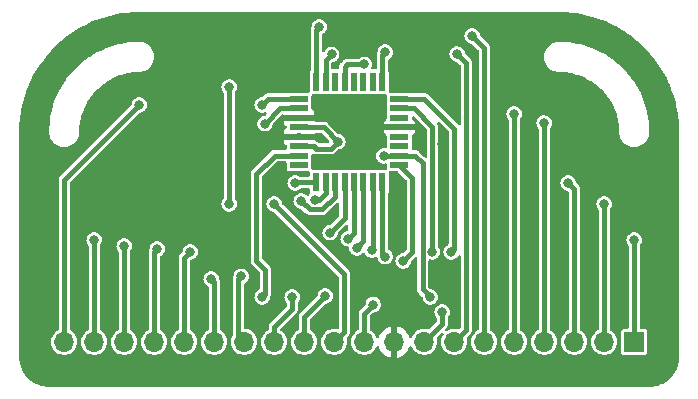
<source format=gtl>
G04 #@! TF.GenerationSoftware,KiCad,Pcbnew,7.0.9*
G04 #@! TF.CreationDate,2023-12-24T17:35:41+01:00*
G04 #@! TF.ProjectId,Fusebit Doctor TQFP32 adapter,46757365-6269-4742-9044-6f63746f7220,V1.0*
G04 #@! TF.SameCoordinates,Original*
G04 #@! TF.FileFunction,Copper,L1,Top*
G04 #@! TF.FilePolarity,Positive*
%FSLAX46Y46*%
G04 Gerber Fmt 4.6, Leading zero omitted, Abs format (unit mm)*
G04 Created by KiCad (PCBNEW 7.0.9) date 2023-12-24 17:35:41*
%MOMM*%
%LPD*%
G01*
G04 APERTURE LIST*
G04 #@! TA.AperFunction,ComponentPad*
%ADD10R,1.700000X1.700000*%
G04 #@! TD*
G04 #@! TA.AperFunction,ComponentPad*
%ADD11O,1.700000X1.700000*%
G04 #@! TD*
G04 #@! TA.AperFunction,SMDPad,CuDef*
%ADD12R,1.600000X0.550000*%
G04 #@! TD*
G04 #@! TA.AperFunction,SMDPad,CuDef*
%ADD13R,0.550000X1.600000*%
G04 #@! TD*
G04 #@! TA.AperFunction,ViaPad*
%ADD14C,0.800000*%
G04 #@! TD*
G04 #@! TA.AperFunction,Conductor*
%ADD15C,0.440000*%
G04 #@! TD*
G04 APERTURE END LIST*
D10*
X24130000Y-17780000D03*
D11*
X21590000Y-17780000D03*
X19050000Y-17780000D03*
X16510000Y-17780000D03*
X13970000Y-17780000D03*
X11430000Y-17780000D03*
X8890000Y-17780000D03*
X6350000Y-17780000D03*
X3810000Y-17780000D03*
X1270000Y-17780000D03*
X-1270000Y-17780000D03*
X-3810000Y-17780000D03*
X-6350000Y-17780000D03*
X-8890000Y-17780000D03*
X-11430000Y-17780000D03*
X-13970000Y-17780000D03*
X-16510000Y-17780000D03*
X-19050000Y-17780000D03*
X-21590000Y-17780000D03*
X-24130000Y-17780000D03*
D12*
X-4250000Y2800000D03*
X-4250000Y2000000D03*
X-4250000Y1200000D03*
X-4250000Y400000D03*
X-4250000Y-400000D03*
X-4250000Y-1200000D03*
X-4250000Y-2000000D03*
X-4250000Y-2800000D03*
D13*
X-2800000Y-4250000D03*
X-2000000Y-4250000D03*
X-1200000Y-4250000D03*
X-400000Y-4250000D03*
X400000Y-4250000D03*
X1200000Y-4250000D03*
X2000000Y-4250000D03*
X2800000Y-4250000D03*
D12*
X4250000Y-2800000D03*
X4250000Y-2000000D03*
X4250000Y-1200000D03*
X4250000Y-400000D03*
X4250000Y400000D03*
X4250000Y1200000D03*
X4250000Y2000000D03*
X4250000Y2800000D03*
D13*
X2800000Y4250000D03*
X2000000Y4250000D03*
X1200000Y4250000D03*
X400000Y4250000D03*
X-400000Y4250000D03*
X-1200000Y4250000D03*
X-2000000Y4250000D03*
X-2800000Y4250000D03*
D14*
X4064000Y-5080000D03*
X6350000Y6858000D03*
X14986000Y-1016000D03*
X12446000Y-1524000D03*
X7874000Y-1016000D03*
X8636000Y2540000D03*
X6096000Y-1016000D03*
X2540000Y2540000D03*
X-2540000Y-508000D03*
X-4064000Y-5842000D03*
X24130000Y-9144008D03*
X21590000Y-6096000D03*
X-2901183Y-5734817D03*
X-4572000Y-4318000D03*
X18542000Y-4318000D03*
X16510000Y762000D03*
X-7133115Y698643D03*
X13969998Y1524002D03*
X-7366000Y2286000D03*
X10414000Y8128000D03*
X-2540000Y8890000D03*
X9144000Y6604000D03*
X-1488292Y6568292D03*
X-7366000Y-13970000D03*
X7874000Y-15240000D03*
X-2540000Y2540000D03*
X-2794000Y-2540000D03*
X1778000Y-762000D03*
X-6096000Y-4318000D03*
X-6858000Y-762000D03*
X4318000Y4572000D03*
X-6350000Y5080000D03*
X-952500Y-825500D03*
X2031996Y-14624000D03*
X2921000Y-2032000D03*
X6857990Y-13970000D03*
X-10160000Y3810000D03*
X-10160000Y-6096000D03*
X-6350000Y-6096000D03*
X1270000Y5712041D03*
X-2032000Y-13892187D03*
X8636000Y-10160000D03*
X7048645Y-10160000D03*
X-4826000Y-13970000D03*
X4572000Y-10922000D03*
X-9144000Y-12220000D03*
X3048000Y-10550000D03*
X-11684000Y-12446000D03*
X1924000Y-10013457D03*
X-13462000Y-10160000D03*
X-16256000Y-9906000D03*
X635973Y-9816000D03*
X-19050000Y-9652000D03*
X-84795Y-9052456D03*
X-21590000Y-9144000D03*
X-1622213Y-8536000D03*
X3048000Y6750000D03*
X-17780000Y2286000D03*
D15*
X7874000Y-16256000D02*
X7874000Y-15240000D01*
X6350000Y-17780000D02*
X7874000Y-16256000D01*
X1270000Y-15385996D02*
X2031996Y-14624000D01*
X1270000Y-17780000D02*
X1270000Y-15385996D01*
X5334000Y-10160000D02*
X4572000Y-10922000D01*
X5334000Y-3884000D02*
X5334000Y-10160000D01*
X4250000Y-2800000D02*
X5334000Y-3884000D01*
X-400000Y-7313787D02*
X-1622213Y-8536000D01*
X-400000Y-4250000D02*
X-400000Y-7313787D01*
X-4504000Y-4250000D02*
X-4572000Y-4318000D01*
X-2800000Y-4250000D02*
X-4504000Y-4250000D01*
X19050000Y-4826000D02*
X18542000Y-4318000D01*
X19050000Y-17780000D02*
X19050000Y-4826000D01*
X-1543000Y-1416000D02*
X-952500Y-825500D01*
X-2794000Y-1416000D02*
X-1543000Y-1416000D01*
X-2178000Y400000D02*
X-952500Y-825500D01*
X-4250000Y400000D02*
X-2178000Y400000D01*
X-4250000Y-1200000D02*
X-3010000Y-1200000D01*
X-3010000Y-1200000D02*
X-2794000Y-1416000D01*
X-6852000Y2800000D02*
X-7366000Y2286000D01*
X-4250000Y2800000D02*
X-6852000Y2800000D01*
X-5831758Y2000000D02*
X-7133115Y698643D01*
X-4250000Y2000000D02*
X-5831758Y2000000D01*
X9906000Y5842000D02*
X9144000Y6604000D01*
X8890000Y-17780000D02*
X9906000Y-16764000D01*
X9906000Y-16764000D02*
X9906000Y5842000D01*
X-7874000Y-10922000D02*
X-7112000Y-11684000D01*
X-7874000Y-3556000D02*
X-7874000Y-10922000D01*
X-7112000Y-13716000D02*
X-7366000Y-13970000D01*
X-6318000Y-2000000D02*
X-7874000Y-3556000D01*
X-4250000Y-2000000D02*
X-6318000Y-2000000D01*
X-7112000Y-11684000D02*
X-7112000Y-13716000D01*
X-9398000Y-12474000D02*
X-9144000Y-12220000D01*
X-9398000Y-17272000D02*
X-9398000Y-12474000D01*
X-8890000Y-17780000D02*
X-9398000Y-17272000D01*
X-4826000Y-14986000D02*
X-4826000Y-13970000D01*
X-6350000Y-17780000D02*
X-6350000Y-16510000D01*
X-6350000Y-16510000D02*
X-4826000Y-14986000D01*
X-10160000Y3810000D02*
X-10160000Y-6096000D01*
X8890000Y254000D02*
X8890000Y-9906000D01*
X8890000Y-9906000D02*
X8636000Y-10160000D01*
X6344000Y2800000D02*
X8890000Y254000D01*
X4250000Y2800000D02*
X6344000Y2800000D01*
X-21590000Y-17780000D02*
X-21590000Y-9144000D01*
X24130000Y-17780000D02*
X24130000Y-9144008D01*
X-3351183Y-6554817D02*
X-2264817Y-6554817D01*
X-4064000Y-5842000D02*
X-3351183Y-6554817D01*
X-2264817Y-6554817D02*
X-1200000Y-5490000D01*
X-1200000Y-5490000D02*
X-1200000Y-4250000D01*
X-420000Y-12026000D02*
X-6350000Y-6096000D01*
X-1270000Y-17780000D02*
X-420000Y-16930000D01*
X-420000Y-16930000D02*
X-420000Y-12026000D01*
X-24130000Y-17780000D02*
X-24130000Y-4064000D01*
X-24130000Y-4064000D02*
X-17780000Y2286000D01*
X-3810000Y-15670187D02*
X-2032000Y-13892187D01*
X-3810000Y-17780000D02*
X-3810000Y-15670187D01*
X6227660Y-2671660D02*
X6227660Y-13339670D01*
X6227660Y-13339670D02*
X6857990Y-13970000D01*
X4250000Y-2000000D02*
X5556000Y-2000000D01*
X5556000Y-2000000D02*
X6227660Y-2671660D01*
X-2575913Y-5734817D02*
X-2901183Y-5734817D01*
X-2000000Y-4250000D02*
X-2000000Y-5158904D01*
X-2000000Y-5158904D02*
X-2575913Y-5734817D01*
X-16510000Y-10160000D02*
X-16256000Y-9906000D01*
X-16510000Y-17780000D02*
X-16510000Y-10160000D01*
X-13970000Y-10668000D02*
X-13462000Y-10160000D01*
X-13970000Y-17780000D02*
X-13970000Y-10668000D01*
X7048645Y441355D02*
X7048645Y-10160000D01*
X5490000Y2000000D02*
X7048645Y441355D01*
X4250000Y2000000D02*
X5490000Y2000000D01*
X-11430000Y-12700000D02*
X-11684000Y-12446000D01*
X-11430000Y-17780000D02*
X-11430000Y-12700000D01*
X21590000Y-17780000D02*
X21590000Y-6096000D01*
X16510000Y-17780000D02*
X16510000Y762000D01*
X13970000Y-17780000D02*
X13970000Y1524000D01*
X13970000Y1524000D02*
X13969998Y1524002D01*
X-2800000Y8630000D02*
X-2540000Y8890000D01*
X11430000Y-17780000D02*
X11430000Y7112000D01*
X-2800000Y4250000D02*
X-2800000Y8630000D01*
X11430000Y7112000D02*
X10414000Y8128000D01*
X-1488292Y6568292D02*
X-2000000Y6056584D01*
X-2000000Y6056584D02*
X-2000000Y4250000D01*
X4218000Y-2032000D02*
X4250000Y-2000000D01*
X2921000Y-2032000D02*
X4218000Y-2032000D01*
X-177959Y5712041D02*
X1270000Y5712041D01*
X-400000Y5490000D02*
X-177959Y5712041D01*
X-400000Y4250000D02*
X-400000Y5490000D01*
X2794000Y-10296000D02*
X3048000Y-10550000D01*
X2794000Y-4256000D02*
X2794000Y-10296000D01*
X2800000Y-4250000D02*
X2794000Y-4256000D01*
X2000000Y-9937457D02*
X1924000Y-10013457D01*
X2000000Y-4250000D02*
X2000000Y-9937457D01*
X1200000Y-4250000D02*
X1200000Y-9251973D01*
X1200000Y-9251973D02*
X635973Y-9816000D01*
X400000Y-8567661D02*
X-84795Y-9052456D01*
X-19050000Y-17780000D02*
X-19050000Y-9652000D01*
X400000Y-4250000D02*
X400000Y-8567661D01*
X2800000Y4250000D02*
X2800000Y6502000D01*
X2800000Y6502000D02*
X3048000Y6750000D01*
G04 #@! TA.AperFunction,Conductor*
G36*
X18193402Y10147008D02*
G01*
X18395654Y10140652D01*
X18399318Y10140428D01*
X18750674Y10108500D01*
X19018950Y10083139D01*
X19022444Y10082708D01*
X19358136Y10031617D01*
X19637463Y9987375D01*
X19640777Y9986757D01*
X19967382Y9916648D01*
X20248891Y9853723D01*
X20252015Y9852939D01*
X20570862Y9764055D01*
X20850925Y9682689D01*
X20853852Y9681759D01*
X21164955Y9574405D01*
X21441243Y9474935D01*
X21443968Y9473881D01*
X21746941Y9348385D01*
X22018889Y9230703D01*
X22314275Y9086879D01*
X22579052Y8951968D01*
X22864622Y8790907D01*
X23120979Y8639297D01*
X23395902Y8461547D01*
X23642590Y8293898D01*
X23906043Y8100044D01*
X24141912Y7917087D01*
X24393045Y7707793D01*
X24617082Y7510278D01*
X24855052Y7286267D01*
X25066267Y7075052D01*
X25290278Y6837082D01*
X25487793Y6613045D01*
X25697087Y6361912D01*
X25880044Y6126043D01*
X26073898Y5862590D01*
X26241547Y5615902D01*
X26419297Y5340979D01*
X26570907Y5084622D01*
X26731968Y4799052D01*
X26866879Y4534275D01*
X27010703Y4238889D01*
X27128385Y3966941D01*
X27253881Y3663968D01*
X27254935Y3661243D01*
X27354405Y3384955D01*
X27461759Y3073852D01*
X27462689Y3070925D01*
X27544055Y2790862D01*
X27632939Y2472015D01*
X27633723Y2468891D01*
X27696648Y2187382D01*
X27766757Y1860777D01*
X27767375Y1857463D01*
X27811617Y1578136D01*
X27862708Y1242444D01*
X27863139Y1238950D01*
X27888500Y970674D01*
X27920428Y619318D01*
X27920652Y615654D01*
X27927008Y413402D01*
X27939500Y0D01*
X27939500Y-19048258D01*
X27939402Y-19051736D01*
X27933012Y-19165524D01*
X27922599Y-19337668D01*
X27921835Y-19344315D01*
X27898722Y-19480343D01*
X27871440Y-19629217D01*
X27870032Y-19635208D01*
X27830627Y-19771990D01*
X27823385Y-19795231D01*
X27786744Y-19912815D01*
X27784831Y-19918099D01*
X27729609Y-20051418D01*
X27669668Y-20184600D01*
X27667394Y-20189147D01*
X27597043Y-20316439D01*
X27521781Y-20440936D01*
X27519287Y-20444739D01*
X27435571Y-20562726D01*
X27433811Y-20565086D01*
X27345088Y-20678332D01*
X27342512Y-20681409D01*
X27245980Y-20789430D01*
X27243590Y-20791957D01*
X27141957Y-20893590D01*
X27139430Y-20895980D01*
X27031409Y-20992512D01*
X27028332Y-20995088D01*
X26915086Y-21083811D01*
X26912726Y-21085571D01*
X26794739Y-21169287D01*
X26790936Y-21171781D01*
X26666439Y-21247043D01*
X26539147Y-21317394D01*
X26534600Y-21319668D01*
X26401418Y-21379609D01*
X26268099Y-21434831D01*
X26262815Y-21436744D01*
X26145231Y-21473385D01*
X26121990Y-21480627D01*
X25985208Y-21520032D01*
X25979217Y-21521440D01*
X25830343Y-21548722D01*
X25694315Y-21571835D01*
X25687668Y-21572599D01*
X25515524Y-21583012D01*
X25401736Y-21589402D01*
X25398258Y-21589500D01*
X-25398258Y-21589500D01*
X-25401735Y-21589402D01*
X-25515437Y-21583017D01*
X-25687676Y-21572598D01*
X-25694323Y-21571834D01*
X-25830300Y-21548731D01*
X-25979220Y-21521439D01*
X-25985210Y-21520031D01*
X-26122025Y-21480616D01*
X-26262816Y-21436743D01*
X-26268100Y-21434830D01*
X-26401429Y-21379604D01*
X-26534600Y-21319668D01*
X-26539147Y-21317394D01*
X-26666439Y-21247043D01*
X-26790936Y-21171781D01*
X-26794739Y-21169287D01*
X-26912725Y-21085572D01*
X-26915085Y-21083812D01*
X-27028341Y-20995081D01*
X-27031419Y-20992505D01*
X-27139423Y-20895985D01*
X-27141951Y-20893596D01*
X-27243596Y-20791951D01*
X-27245985Y-20789423D01*
X-27342505Y-20681419D01*
X-27345081Y-20678341D01*
X-27433812Y-20565085D01*
X-27435572Y-20562725D01*
X-27519287Y-20444739D01*
X-27521781Y-20440936D01*
X-27597043Y-20316439D01*
X-27667394Y-20189147D01*
X-27669668Y-20184600D01*
X-27729604Y-20051429D01*
X-27784830Y-19918100D01*
X-27786743Y-19912816D01*
X-27830616Y-19772025D01*
X-27870031Y-19635210D01*
X-27871439Y-19629220D01*
X-27898731Y-19480300D01*
X-27921834Y-19344323D01*
X-27922598Y-19337676D01*
X-27933017Y-19165437D01*
X-27939402Y-19051735D01*
X-27939500Y-19048258D01*
X-27939500Y-17780000D01*
X-25235215Y-17780000D01*
X-25216397Y-17983083D01*
X-25160582Y-18179250D01*
X-25069673Y-18361821D01*
X-24946764Y-18524579D01*
X-24796041Y-18661981D01*
X-24622637Y-18769348D01*
X-24432456Y-18843024D01*
X-24231976Y-18880500D01*
X-24231974Y-18880500D01*
X-24028026Y-18880500D01*
X-24028024Y-18880500D01*
X-23827544Y-18843024D01*
X-23637363Y-18769348D01*
X-23563141Y-18723392D01*
X-23463960Y-18661982D01*
X-23463958Y-18661980D01*
X-23313237Y-18524581D01*
X-23190327Y-18361821D01*
X-23099422Y-18179260D01*
X-23099417Y-18179247D01*
X-23043602Y-17983082D01*
X-23024785Y-17780000D01*
X-22695215Y-17780000D01*
X-22676397Y-17983083D01*
X-22620582Y-18179250D01*
X-22529673Y-18361821D01*
X-22406764Y-18524579D01*
X-22256041Y-18661981D01*
X-22082637Y-18769348D01*
X-21892456Y-18843024D01*
X-21691976Y-18880500D01*
X-21691974Y-18880500D01*
X-21488026Y-18880500D01*
X-21488024Y-18880500D01*
X-21287544Y-18843024D01*
X-21097363Y-18769348D01*
X-21023141Y-18723392D01*
X-20923960Y-18661982D01*
X-20923958Y-18661980D01*
X-20773237Y-18524581D01*
X-20650327Y-18361821D01*
X-20559422Y-18179260D01*
X-20559417Y-18179247D01*
X-20503602Y-17983082D01*
X-20484785Y-17780000D01*
X-20155215Y-17780000D01*
X-20136397Y-17983083D01*
X-20080582Y-18179250D01*
X-19989673Y-18361821D01*
X-19866764Y-18524579D01*
X-19716041Y-18661981D01*
X-19542637Y-18769348D01*
X-19352456Y-18843024D01*
X-19151976Y-18880500D01*
X-19151974Y-18880500D01*
X-18948026Y-18880500D01*
X-18948024Y-18880500D01*
X-18747544Y-18843024D01*
X-18557363Y-18769348D01*
X-18483141Y-18723392D01*
X-18383960Y-18661982D01*
X-18383958Y-18661980D01*
X-18233237Y-18524581D01*
X-18110327Y-18361821D01*
X-18019422Y-18179260D01*
X-18019417Y-18179247D01*
X-17963602Y-17983082D01*
X-17944785Y-17780000D01*
X-17615215Y-17780000D01*
X-17596397Y-17983083D01*
X-17540582Y-18179250D01*
X-17449673Y-18361821D01*
X-17326764Y-18524579D01*
X-17176041Y-18661981D01*
X-17002637Y-18769348D01*
X-16812456Y-18843024D01*
X-16611976Y-18880500D01*
X-16611974Y-18880500D01*
X-16408026Y-18880500D01*
X-16408024Y-18880500D01*
X-16207544Y-18843024D01*
X-16017363Y-18769348D01*
X-15943141Y-18723392D01*
X-15843960Y-18661982D01*
X-15843958Y-18661980D01*
X-15693237Y-18524581D01*
X-15570327Y-18361821D01*
X-15479422Y-18179260D01*
X-15479417Y-18179247D01*
X-15423602Y-17983082D01*
X-15404785Y-17780000D01*
X-15075215Y-17780000D01*
X-15056397Y-17983083D01*
X-15000582Y-18179250D01*
X-14909673Y-18361821D01*
X-14786764Y-18524579D01*
X-14636041Y-18661981D01*
X-14462637Y-18769348D01*
X-14272456Y-18843024D01*
X-14071976Y-18880500D01*
X-14071974Y-18880500D01*
X-13868026Y-18880500D01*
X-13868024Y-18880500D01*
X-13667544Y-18843024D01*
X-13477363Y-18769348D01*
X-13403141Y-18723392D01*
X-13303960Y-18661982D01*
X-13303958Y-18661980D01*
X-13153237Y-18524581D01*
X-13030327Y-18361821D01*
X-12939422Y-18179260D01*
X-12939417Y-18179247D01*
X-12883602Y-17983082D01*
X-12864785Y-17780000D01*
X-12535215Y-17780000D01*
X-12516397Y-17983083D01*
X-12460582Y-18179250D01*
X-12369673Y-18361821D01*
X-12246764Y-18524579D01*
X-12096041Y-18661981D01*
X-11922637Y-18769348D01*
X-11732456Y-18843024D01*
X-11531976Y-18880500D01*
X-11531974Y-18880500D01*
X-11328026Y-18880500D01*
X-11328024Y-18880500D01*
X-11127544Y-18843024D01*
X-10937363Y-18769348D01*
X-10863141Y-18723392D01*
X-10763960Y-18661982D01*
X-10763958Y-18661980D01*
X-10613237Y-18524581D01*
X-10490327Y-18361821D01*
X-10399422Y-18179260D01*
X-10399417Y-18179247D01*
X-10343602Y-17983082D01*
X-10324785Y-17780000D01*
X-9995215Y-17780000D01*
X-9976397Y-17983083D01*
X-9920582Y-18179250D01*
X-9829673Y-18361821D01*
X-9706764Y-18524579D01*
X-9556041Y-18661981D01*
X-9382637Y-18769348D01*
X-9192456Y-18843024D01*
X-8991976Y-18880500D01*
X-8991974Y-18880500D01*
X-8788026Y-18880500D01*
X-8788024Y-18880500D01*
X-8587544Y-18843024D01*
X-8397363Y-18769348D01*
X-8323141Y-18723392D01*
X-8223960Y-18661982D01*
X-8223958Y-18661980D01*
X-8073237Y-18524581D01*
X-7950327Y-18361821D01*
X-7859422Y-18179260D01*
X-7859417Y-18179247D01*
X-7803602Y-17983082D01*
X-7784785Y-17780000D01*
X-7455215Y-17780000D01*
X-7436397Y-17983083D01*
X-7380582Y-18179250D01*
X-7289673Y-18361821D01*
X-7166764Y-18524579D01*
X-7016041Y-18661981D01*
X-6842637Y-18769348D01*
X-6652456Y-18843024D01*
X-6451976Y-18880500D01*
X-6451974Y-18880500D01*
X-6248026Y-18880500D01*
X-6248024Y-18880500D01*
X-6047544Y-18843024D01*
X-5857363Y-18769348D01*
X-5783141Y-18723392D01*
X-5683960Y-18661982D01*
X-5683958Y-18661980D01*
X-5533237Y-18524581D01*
X-5410327Y-18361821D01*
X-5319422Y-18179260D01*
X-5319417Y-18179247D01*
X-5263602Y-17983082D01*
X-5244785Y-17780000D01*
X-4915215Y-17780000D01*
X-4896397Y-17983083D01*
X-4840582Y-18179250D01*
X-4749673Y-18361821D01*
X-4626764Y-18524579D01*
X-4476041Y-18661981D01*
X-4302637Y-18769348D01*
X-4112456Y-18843024D01*
X-3911976Y-18880500D01*
X-3911974Y-18880500D01*
X-3708026Y-18880500D01*
X-3708024Y-18880500D01*
X-3507544Y-18843024D01*
X-3317363Y-18769348D01*
X-3243141Y-18723392D01*
X-3143960Y-18661982D01*
X-3143958Y-18661980D01*
X-2993237Y-18524581D01*
X-2870327Y-18361821D01*
X-2779422Y-18179260D01*
X-2779417Y-18179247D01*
X-2723602Y-17983082D01*
X-2704785Y-17780000D01*
X-2704785Y-17779999D01*
X-2723602Y-17576917D01*
X-2779417Y-17380752D01*
X-2779422Y-17380739D01*
X-2870327Y-17198178D01*
X-2993237Y-17035418D01*
X-3143957Y-16898020D01*
X-3280778Y-16813304D01*
X-3327413Y-16761276D01*
X-3339500Y-16707877D01*
X-3339500Y-15916436D01*
X-3319815Y-15849397D01*
X-3303181Y-15828755D01*
X-2053431Y-14579006D01*
X-1992108Y-14545521D01*
X-1965750Y-14542687D01*
X-1953014Y-14542687D01*
X-1799634Y-14504883D01*
X-1659762Y-14431471D01*
X-1659760Y-14431470D01*
X-1541517Y-14326717D01*
X-1451780Y-14196710D01*
X-1449034Y-14189470D01*
X-1395762Y-14049005D01*
X-1376722Y-13892187D01*
X-1376722Y-13892186D01*
X-1395762Y-13735368D01*
X-1451780Y-13587663D01*
X-1451781Y-13587662D01*
X-1541516Y-13457658D01*
X-1659762Y-13352902D01*
X-1799634Y-13279490D01*
X-1953014Y-13241687D01*
X-1953015Y-13241687D01*
X-2110985Y-13241687D01*
X-2110986Y-13241687D01*
X-2264365Y-13279490D01*
X-2404237Y-13352902D01*
X-2404238Y-13352903D01*
X-2404240Y-13352904D01*
X-2522483Y-13457657D01*
X-2612220Y-13587664D01*
X-2646648Y-13678443D01*
X-2655173Y-13700923D01*
X-2668237Y-13735369D01*
X-2680094Y-13833030D01*
X-2680722Y-13838200D01*
X-2708343Y-13902379D01*
X-2716137Y-13910936D01*
X-4097498Y-15292298D01*
X-4118136Y-15308930D01*
X-4121276Y-15310948D01*
X-4121282Y-15310953D01*
X-4153127Y-15347704D01*
X-4156131Y-15350931D01*
X-4166486Y-15361286D01*
X-4175256Y-15373002D01*
X-4178025Y-15376437D01*
X-4209878Y-15413197D01*
X-4209882Y-15413204D01*
X-4211434Y-15416602D01*
X-4224958Y-15439395D01*
X-4227194Y-15442382D01*
X-4229999Y-15449904D01*
X-4244184Y-15487937D01*
X-4245879Y-15492028D01*
X-4266081Y-15536264D01*
X-4266083Y-15536270D01*
X-4266612Y-15539951D01*
X-4273171Y-15565651D01*
X-4274475Y-15569146D01*
X-4274475Y-15569150D01*
X-4277942Y-15617642D01*
X-4278416Y-15622052D01*
X-4280500Y-15636536D01*
X-4280500Y-15651181D01*
X-4280657Y-15655601D01*
X-4284126Y-15704097D01*
X-4283334Y-15707737D01*
X-4280500Y-15734095D01*
X-4280500Y-16707877D01*
X-4300185Y-16774916D01*
X-4339222Y-16813304D01*
X-4369843Y-16832264D01*
X-4476041Y-16898019D01*
X-4476042Y-16898020D01*
X-4626762Y-17035418D01*
X-4626764Y-17035421D01*
X-4749673Y-17198179D01*
X-4775885Y-17250820D01*
X-4825274Y-17350008D01*
X-4840582Y-17380750D01*
X-4896397Y-17576917D01*
X-4915215Y-17780000D01*
X-5244785Y-17780000D01*
X-5244785Y-17779999D01*
X-5263602Y-17576917D01*
X-5319417Y-17380752D01*
X-5319422Y-17380739D01*
X-5410327Y-17198178D01*
X-5533237Y-17035418D01*
X-5683958Y-16898019D01*
X-5683963Y-16898015D01*
X-5790903Y-16831800D01*
X-5837539Y-16779772D01*
X-5848642Y-16710790D01*
X-5820688Y-16646756D01*
X-5813306Y-16638693D01*
X-4538501Y-15363888D01*
X-4517858Y-15347253D01*
X-4514722Y-15345238D01*
X-4514718Y-15345234D01*
X-4504515Y-15333459D01*
X-4482862Y-15308470D01*
X-4479866Y-15305253D01*
X-4469514Y-15294901D01*
X-4460743Y-15283184D01*
X-4457974Y-15279748D01*
X-4453426Y-15274500D01*
X-4426120Y-15242987D01*
X-4426117Y-15242981D01*
X-4424564Y-15239581D01*
X-4411040Y-15216789D01*
X-4408809Y-15213809D01*
X-4408806Y-15213803D01*
X-4391815Y-15168249D01*
X-4390121Y-15164160D01*
X-4381158Y-15144532D01*
X-4369917Y-15119918D01*
X-4369916Y-15119917D01*
X-4369915Y-15119913D01*
X-4369383Y-15116213D01*
X-4362832Y-15090546D01*
X-4361526Y-15087045D01*
X-4361525Y-15087039D01*
X-4358055Y-15038536D01*
X-4357582Y-15034139D01*
X-4355500Y-15019653D01*
X-4355500Y-15005004D01*
X-4355342Y-15000580D01*
X-4351873Y-14952090D01*
X-4352667Y-14948443D01*
X-4355500Y-14922088D01*
X-4355500Y-14472120D01*
X-4335815Y-14405081D01*
X-4333550Y-14401680D01*
X-4281807Y-14326717D01*
X-4245780Y-14274523D01*
X-4189762Y-14126818D01*
X-4170722Y-13970000D01*
X-4170722Y-13969999D01*
X-4189762Y-13813181D01*
X-4245780Y-13665476D01*
X-4245781Y-13665475D01*
X-4335516Y-13535471D01*
X-4453762Y-13430715D01*
X-4593634Y-13357303D01*
X-4747014Y-13319500D01*
X-4747015Y-13319500D01*
X-4904985Y-13319500D01*
X-4904986Y-13319500D01*
X-5058365Y-13357303D01*
X-5198237Y-13430715D01*
X-5198238Y-13430716D01*
X-5198240Y-13430717D01*
X-5316483Y-13535470D01*
X-5406220Y-13665477D01*
X-5430910Y-13730580D01*
X-5462237Y-13813181D01*
X-5479221Y-13953063D01*
X-5481278Y-13970000D01*
X-5462237Y-14126818D01*
X-5406220Y-14274523D01*
X-5318450Y-14401680D01*
X-5296567Y-14468035D01*
X-5296500Y-14472120D01*
X-5296500Y-14739751D01*
X-5316185Y-14806790D01*
X-5332819Y-14827432D01*
X-6637498Y-16132111D01*
X-6658136Y-16148743D01*
X-6661276Y-16150761D01*
X-6661282Y-16150766D01*
X-6693127Y-16187517D01*
X-6696131Y-16190744D01*
X-6706486Y-16201099D01*
X-6715256Y-16212815D01*
X-6718025Y-16216250D01*
X-6749878Y-16253010D01*
X-6749882Y-16253017D01*
X-6751434Y-16256415D01*
X-6764958Y-16279208D01*
X-6767194Y-16282195D01*
X-6784184Y-16327750D01*
X-6785879Y-16331841D01*
X-6806081Y-16376077D01*
X-6806083Y-16376083D01*
X-6806612Y-16379764D01*
X-6813170Y-16405460D01*
X-6814475Y-16408959D01*
X-6816420Y-16436172D01*
X-6817942Y-16457455D01*
X-6818416Y-16461865D01*
X-6820500Y-16476349D01*
X-6820500Y-16490994D01*
X-6820657Y-16495414D01*
X-6824126Y-16543910D01*
X-6823334Y-16547550D01*
X-6820500Y-16573908D01*
X-6820500Y-16707877D01*
X-6840185Y-16774916D01*
X-6879222Y-16813304D01*
X-6909843Y-16832264D01*
X-7016041Y-16898019D01*
X-7016042Y-16898020D01*
X-7166762Y-17035418D01*
X-7166764Y-17035421D01*
X-7289673Y-17198179D01*
X-7315885Y-17250820D01*
X-7365274Y-17350008D01*
X-7380582Y-17380750D01*
X-7436397Y-17576917D01*
X-7455215Y-17780000D01*
X-7784785Y-17780000D01*
X-7784785Y-17779999D01*
X-7803602Y-17576917D01*
X-7859417Y-17380752D01*
X-7859422Y-17380739D01*
X-7950327Y-17198178D01*
X-8073237Y-17035418D01*
X-8223958Y-16898019D01*
X-8223960Y-16898017D01*
X-8397357Y-16790655D01*
X-8397364Y-16790651D01*
X-8587541Y-16716977D01*
X-8587541Y-16716976D01*
X-8587544Y-16716976D01*
X-8788024Y-16679500D01*
X-8788026Y-16679500D01*
X-8803500Y-16679500D01*
X-8870539Y-16659815D01*
X-8916294Y-16607011D01*
X-8927500Y-16555500D01*
X-8927500Y-12915982D01*
X-8907815Y-12848943D01*
X-8861127Y-12806187D01*
X-8771760Y-12759283D01*
X-8653517Y-12654530D01*
X-8563780Y-12524523D01*
X-8507762Y-12376818D01*
X-8488722Y-12220000D01*
X-8488722Y-12219999D01*
X-8507762Y-12063181D01*
X-8563780Y-11915476D01*
X-8563781Y-11915475D01*
X-8653516Y-11785471D01*
X-8771762Y-11680715D01*
X-8911634Y-11607303D01*
X-9065014Y-11569500D01*
X-9065015Y-11569500D01*
X-9222985Y-11569500D01*
X-9222986Y-11569500D01*
X-9376365Y-11607303D01*
X-9516237Y-11680715D01*
X-9516238Y-11680716D01*
X-9516240Y-11680717D01*
X-9634483Y-11785470D01*
X-9724220Y-11915477D01*
X-9780237Y-12063182D01*
X-9796003Y-12193028D01*
X-9813639Y-12236941D01*
X-9810944Y-12238413D01*
X-9815192Y-12246192D01*
X-9815194Y-12246195D01*
X-9832184Y-12291750D01*
X-9833879Y-12295841D01*
X-9854081Y-12340077D01*
X-9854083Y-12340083D01*
X-9854612Y-12343764D01*
X-9861170Y-12369460D01*
X-9862475Y-12372959D01*
X-9865768Y-12419027D01*
X-9865942Y-12421455D01*
X-9866416Y-12425865D01*
X-9868500Y-12440349D01*
X-9868500Y-12454994D01*
X-9868657Y-12459414D01*
X-9872126Y-12507910D01*
X-9871334Y-12511550D01*
X-9868500Y-12537908D01*
X-9868500Y-17208088D01*
X-9871333Y-17234443D01*
X-9872126Y-17238089D01*
X-9871707Y-17243948D01*
X-9884391Y-17308068D01*
X-9905274Y-17350008D01*
X-9920582Y-17380750D01*
X-9976397Y-17576917D01*
X-9995215Y-17780000D01*
X-10324785Y-17780000D01*
X-10324785Y-17779999D01*
X-10343602Y-17576917D01*
X-10399417Y-17380752D01*
X-10399422Y-17380739D01*
X-10490327Y-17198178D01*
X-10613237Y-17035418D01*
X-10763957Y-16898020D01*
X-10900778Y-16813304D01*
X-10947413Y-16761276D01*
X-10959500Y-16707877D01*
X-10959500Y-12763908D01*
X-10956666Y-12737550D01*
X-10955874Y-12733910D01*
X-10955874Y-12733905D01*
X-10959342Y-12685418D01*
X-10959500Y-12680994D01*
X-10959500Y-12666349D01*
X-10961583Y-12651861D01*
X-10962055Y-12647463D01*
X-10965524Y-12598964D01*
X-10965525Y-12598956D01*
X-10966834Y-12595448D01*
X-10973384Y-12569786D01*
X-10973916Y-12566085D01*
X-10973917Y-12566082D01*
X-10994117Y-12521848D01*
X-10995810Y-12517760D01*
X-11012803Y-12472199D01*
X-11017055Y-12464414D01*
X-11014378Y-12462952D01*
X-11031997Y-12419027D01*
X-11047763Y-12289180D01*
X-11103780Y-12141476D01*
X-11103781Y-12141475D01*
X-11193516Y-12011471D01*
X-11196072Y-12009207D01*
X-11311760Y-11906717D01*
X-11311759Y-11906717D01*
X-11311762Y-11906715D01*
X-11451634Y-11833303D01*
X-11605014Y-11795500D01*
X-11605015Y-11795500D01*
X-11762985Y-11795500D01*
X-11762986Y-11795500D01*
X-11916365Y-11833303D01*
X-12056237Y-11906715D01*
X-12056238Y-11906716D01*
X-12056240Y-11906717D01*
X-12174483Y-12011470D01*
X-12264220Y-12141477D01*
X-12280562Y-12184568D01*
X-12320237Y-12289181D01*
X-12326864Y-12343764D01*
X-12339278Y-12446000D01*
X-12320237Y-12602818D01*
X-12264220Y-12750523D01*
X-12174483Y-12880530D01*
X-12056240Y-12985283D01*
X-11966872Y-13032187D01*
X-11916662Y-13080770D01*
X-11900500Y-13141982D01*
X-11900500Y-16707877D01*
X-11920185Y-16774916D01*
X-11959222Y-16813304D01*
X-11989843Y-16832264D01*
X-12096041Y-16898019D01*
X-12096042Y-16898020D01*
X-12246762Y-17035418D01*
X-12246764Y-17035421D01*
X-12369673Y-17198179D01*
X-12395885Y-17250820D01*
X-12445274Y-17350008D01*
X-12460582Y-17380750D01*
X-12516397Y-17576917D01*
X-12535215Y-17780000D01*
X-12864785Y-17780000D01*
X-12864785Y-17779999D01*
X-12883602Y-17576917D01*
X-12939417Y-17380752D01*
X-12939422Y-17380739D01*
X-13030327Y-17198178D01*
X-13153237Y-17035418D01*
X-13303957Y-16898020D01*
X-13440778Y-16813304D01*
X-13487413Y-16761276D01*
X-13499500Y-16707877D01*
X-13499500Y-10934498D01*
X-13485873Y-10888090D01*
X-8348126Y-10888090D01*
X-8347142Y-10901856D01*
X-8344658Y-10936580D01*
X-8344500Y-10941004D01*
X-8344500Y-10955650D01*
X-8342416Y-10970135D01*
X-8341943Y-10974533D01*
X-8338475Y-11023041D01*
X-8337170Y-11026537D01*
X-8330613Y-11052230D01*
X-8330083Y-11055918D01*
X-8309875Y-11100162D01*
X-8308195Y-11104220D01*
X-8291194Y-11149805D01*
X-8288961Y-11152786D01*
X-8275428Y-11175595D01*
X-8273880Y-11178987D01*
X-8242016Y-11215758D01*
X-8239263Y-11219174D01*
X-8230486Y-11230901D01*
X-8220140Y-11241246D01*
X-8217130Y-11244478D01*
X-8185280Y-11281236D01*
X-8185278Y-11281237D01*
X-8182147Y-11283249D01*
X-8161500Y-11299885D01*
X-7618817Y-11842569D01*
X-7585334Y-11903890D01*
X-7582500Y-11930248D01*
X-7582500Y-13274016D01*
X-7602185Y-13341055D01*
X-7648873Y-13383812D01*
X-7733931Y-13428455D01*
X-7738240Y-13430717D01*
X-7856483Y-13535470D01*
X-7946220Y-13665477D01*
X-7970910Y-13730580D01*
X-8002237Y-13813181D01*
X-8019221Y-13953063D01*
X-8021278Y-13970000D01*
X-8002237Y-14126818D01*
X-7946220Y-14274523D01*
X-7856483Y-14404530D01*
X-7738240Y-14509283D01*
X-7598365Y-14582696D01*
X-7444985Y-14620500D01*
X-7287014Y-14620500D01*
X-7133634Y-14582696D01*
X-6993762Y-14509284D01*
X-6993760Y-14509283D01*
X-6875517Y-14404530D01*
X-6785780Y-14274523D01*
X-6729763Y-14126818D01*
X-6717276Y-14023982D01*
X-6713997Y-13996973D01*
X-6696361Y-13953063D01*
X-6699057Y-13951592D01*
X-6694807Y-13943808D01*
X-6677810Y-13898237D01*
X-6676116Y-13894147D01*
X-6655916Y-13849918D01*
X-6655915Y-13849913D01*
X-6655383Y-13846213D01*
X-6648832Y-13820546D01*
X-6647526Y-13817045D01*
X-6647525Y-13817039D01*
X-6644055Y-13768536D01*
X-6643582Y-13764139D01*
X-6641500Y-13749653D01*
X-6641500Y-13735004D01*
X-6641342Y-13730580D01*
X-6637873Y-13682090D01*
X-6638667Y-13678443D01*
X-6641500Y-13652088D01*
X-6641500Y-11747912D01*
X-6638666Y-11721557D01*
X-6637873Y-11717910D01*
X-6641342Y-11669407D01*
X-6641500Y-11664983D01*
X-6641500Y-11650358D01*
X-6641501Y-11650341D01*
X-6643582Y-11635855D01*
X-6644054Y-11631464D01*
X-6647525Y-11582960D01*
X-6647526Y-11582953D01*
X-6648834Y-11579447D01*
X-6655383Y-11553788D01*
X-6655916Y-11550082D01*
X-6655915Y-11550082D01*
X-6676114Y-11505853D01*
X-6677807Y-11501766D01*
X-6694804Y-11456199D01*
X-6694809Y-11456189D01*
X-6697048Y-11453199D01*
X-6710567Y-11430413D01*
X-6712119Y-11427013D01*
X-6743969Y-11390255D01*
X-6746744Y-11386811D01*
X-6755514Y-11375097D01*
X-6765877Y-11364733D01*
X-6768882Y-11361505D01*
X-6800720Y-11324764D01*
X-6800720Y-11324763D01*
X-6800727Y-11324758D01*
X-6803864Y-11322742D01*
X-6824496Y-11306114D01*
X-7367181Y-10763430D01*
X-7400666Y-10702107D01*
X-7403500Y-10675749D01*
X-7403500Y-6096000D01*
X-7005278Y-6096000D01*
X-6986237Y-6252818D01*
X-6930220Y-6400523D01*
X-6840483Y-6530530D01*
X-6722240Y-6635283D01*
X-6582365Y-6708696D01*
X-6428985Y-6746500D01*
X-6416249Y-6746500D01*
X-6349210Y-6766185D01*
X-6328568Y-6782819D01*
X-926819Y-12184568D01*
X-893334Y-12245891D01*
X-890500Y-12272249D01*
X-890500Y-16582050D01*
X-910185Y-16649089D01*
X-962989Y-16694844D01*
X-1032147Y-16704788D01*
X-1037284Y-16703939D01*
X-1130411Y-16686531D01*
X-1168024Y-16679500D01*
X-1371976Y-16679500D01*
X-1572456Y-16716976D01*
X-1656150Y-16749399D01*
X-1762635Y-16790651D01*
X-1762642Y-16790655D01*
X-1936039Y-16898017D01*
X-1936041Y-16898019D01*
X-2086762Y-17035418D01*
X-2086764Y-17035421D01*
X-2209673Y-17198179D01*
X-2235885Y-17250820D01*
X-2285274Y-17350008D01*
X-2300582Y-17380750D01*
X-2356397Y-17576917D01*
X-2375215Y-17780000D01*
X-2356397Y-17983083D01*
X-2300582Y-18179250D01*
X-2209673Y-18361821D01*
X-2086764Y-18524579D01*
X-1936041Y-18661981D01*
X-1762637Y-18769348D01*
X-1572456Y-18843024D01*
X-1371976Y-18880500D01*
X-1371974Y-18880500D01*
X-1168026Y-18880500D01*
X-1168024Y-18880500D01*
X-967544Y-18843024D01*
X-777363Y-18769348D01*
X-703141Y-18723392D01*
X-603960Y-18661982D01*
X-603958Y-18661980D01*
X-453237Y-18524581D01*
X-330327Y-18361821D01*
X-239422Y-18179260D01*
X-239417Y-18179247D01*
X-183602Y-17983082D01*
X-164785Y-17780000D01*
X-164785Y-17779999D01*
X-183602Y-17576917D01*
X-183603Y-17576914D01*
X-211932Y-17477350D01*
X-211345Y-17407483D01*
X-180347Y-17355735D01*
X-132498Y-17307886D01*
X-111857Y-17291252D01*
X-108720Y-17289236D01*
X-76878Y-17252489D01*
X-73873Y-17249261D01*
X-63513Y-17238901D01*
X-54738Y-17227179D01*
X-51962Y-17223734D01*
X-49956Y-17221420D01*
X-20120Y-17186987D01*
X-18566Y-17183585D01*
X-5039Y-17160788D01*
X-2806Y-17157805D01*
X14197Y-17112214D01*
X15877Y-17108162D01*
X36083Y-17063918D01*
X36613Y-17060226D01*
X43172Y-17034533D01*
X43934Y-17032490D01*
X44475Y-17031040D01*
X47946Y-16982500D01*
X48412Y-16978163D01*
X50500Y-16963648D01*
X50500Y-16949015D01*
X50658Y-16944590D01*
X54127Y-16896090D01*
X54127Y-16896088D01*
X53333Y-16892436D01*
X50500Y-16866082D01*
X50500Y-12089908D01*
X53334Y-12063550D01*
X54126Y-12059910D01*
X50657Y-12011414D01*
X50500Y-12006994D01*
X50500Y-11992349D01*
X48416Y-11977865D01*
X47942Y-11973455D01*
X44475Y-11924963D01*
X44475Y-11924959D01*
X43171Y-11921464D01*
X36612Y-11895764D01*
X36083Y-11892082D01*
X15882Y-11847848D01*
X14187Y-11843757D01*
X-2808Y-11798192D01*
X-5045Y-11795204D01*
X-18565Y-11772417D01*
X-20119Y-11769013D01*
X-51977Y-11732247D01*
X-54742Y-11728815D01*
X-58945Y-11723200D01*
X-63516Y-11717095D01*
X-73862Y-11706750D01*
X-76869Y-11703520D01*
X-108720Y-11666764D01*
X-108720Y-11666763D01*
X-108726Y-11666759D01*
X-111869Y-11664739D01*
X-132498Y-11648113D01*
X-5665861Y-6114750D01*
X-5699346Y-6053427D01*
X-5701276Y-6042016D01*
X-5713763Y-5939180D01*
X-5769780Y-5791476D01*
X-5769781Y-5791475D01*
X-5859516Y-5661471D01*
X-5977762Y-5556715D01*
X-6117634Y-5483303D01*
X-6271014Y-5445500D01*
X-6271015Y-5445500D01*
X-6428985Y-5445500D01*
X-6428986Y-5445500D01*
X-6582365Y-5483303D01*
X-6722237Y-5556715D01*
X-6722238Y-5556716D01*
X-6722240Y-5556717D01*
X-6840483Y-5661470D01*
X-6930220Y-5791477D01*
X-6949380Y-5841999D01*
X-6986236Y-5939180D01*
X-6986237Y-5939182D01*
X-7005278Y-6096000D01*
X-7403500Y-6096000D01*
X-7403500Y-3802249D01*
X-7383815Y-3735210D01*
X-7367181Y-3714568D01*
X-6159432Y-2506819D01*
X-6098109Y-2473334D01*
X-6071751Y-2470500D01*
X-5424500Y-2470500D01*
X-5357461Y-2490185D01*
X-5311706Y-2542989D01*
X-5300500Y-2594500D01*
X-5300500Y-3099674D01*
X-5285966Y-3172740D01*
X-5230601Y-3255601D01*
X-5147740Y-3310966D01*
X-5074677Y-3325499D01*
X-5074676Y-3325500D01*
X-3449500Y-3325500D01*
X-3382461Y-3345185D01*
X-3336706Y-3397989D01*
X-3325500Y-3449500D01*
X-3325500Y-3655500D01*
X-3345185Y-3722539D01*
X-3397989Y-3768294D01*
X-3449500Y-3779500D01*
X-4167704Y-3779500D01*
X-4225330Y-3765296D01*
X-4339634Y-3705303D01*
X-4493014Y-3667500D01*
X-4493015Y-3667500D01*
X-4650985Y-3667500D01*
X-4650986Y-3667500D01*
X-4804365Y-3705303D01*
X-4944237Y-3778715D01*
X-4944238Y-3778716D01*
X-4944240Y-3778717D01*
X-5062483Y-3883470D01*
X-5152220Y-4013477D01*
X-5177027Y-4078887D01*
X-5208237Y-4161181D01*
X-5220100Y-4258887D01*
X-5227278Y-4318000D01*
X-5208237Y-4474818D01*
X-5152220Y-4622523D01*
X-5062483Y-4752530D01*
X-4944240Y-4857283D01*
X-4804365Y-4930696D01*
X-4650985Y-4968500D01*
X-4493014Y-4968500D01*
X-4339634Y-4930696D01*
X-4199762Y-4857285D01*
X-4142995Y-4806994D01*
X-4081517Y-4752530D01*
X-4081515Y-4752527D01*
X-4080563Y-4751684D01*
X-4017330Y-4721963D01*
X-3998336Y-4720500D01*
X-3449500Y-4720500D01*
X-3382461Y-4740185D01*
X-3336706Y-4792989D01*
X-3325500Y-4844500D01*
X-3325500Y-5074676D01*
X-3311145Y-5146841D01*
X-3317372Y-5216433D01*
X-3350534Y-5263847D01*
X-3391666Y-5300287D01*
X-3427070Y-5351579D01*
X-3481353Y-5395569D01*
X-3550801Y-5403229D01*
X-3611346Y-5373956D01*
X-3691762Y-5302714D01*
X-3831634Y-5229303D01*
X-3985014Y-5191500D01*
X-3985015Y-5191500D01*
X-4142985Y-5191500D01*
X-4142986Y-5191500D01*
X-4296365Y-5229303D01*
X-4436237Y-5302715D01*
X-4436238Y-5302716D01*
X-4436240Y-5302717D01*
X-4554483Y-5407470D01*
X-4644220Y-5537477D01*
X-4678992Y-5629164D01*
X-4700237Y-5685181D01*
X-4717603Y-5828209D01*
X-4719278Y-5842000D01*
X-4700237Y-5998818D01*
X-4644220Y-6146523D01*
X-4554483Y-6276530D01*
X-4436240Y-6381283D01*
X-4296365Y-6454696D01*
X-4142985Y-6492500D01*
X-4130249Y-6492500D01*
X-4063210Y-6512185D01*
X-4042572Y-6528814D01*
X-3729064Y-6842321D01*
X-3712433Y-6862962D01*
X-3710419Y-6866097D01*
X-3673665Y-6897944D01*
X-3670430Y-6900955D01*
X-3660084Y-6911303D01*
X-3648363Y-6920076D01*
X-3644940Y-6922834D01*
X-3608170Y-6954697D01*
X-3604771Y-6956248D01*
X-3581963Y-6969782D01*
X-3578988Y-6972010D01*
X-3533418Y-6989006D01*
X-3529351Y-6990691D01*
X-3485101Y-7010900D01*
X-3481413Y-7011430D01*
X-3455720Y-7017987D01*
X-3452224Y-7019292D01*
X-3403716Y-7022760D01*
X-3399325Y-7023232D01*
X-3393579Y-7024058D01*
X-3384834Y-7025317D01*
X-3384831Y-7025317D01*
X-3370189Y-7025317D01*
X-3365768Y-7025474D01*
X-3317273Y-7028943D01*
X-3313631Y-7028150D01*
X-3287275Y-7025317D01*
X-2328725Y-7025317D01*
X-2302368Y-7028150D01*
X-2298727Y-7028943D01*
X-2250231Y-7025474D01*
X-2245811Y-7025317D01*
X-2231166Y-7025317D01*
X-2223722Y-7024245D01*
X-2216670Y-7023231D01*
X-2212285Y-7022760D01*
X-2163776Y-7019292D01*
X-2160277Y-7017987D01*
X-2134584Y-7011429D01*
X-2130899Y-7010900D01*
X-2130896Y-7010898D01*
X-2130894Y-7010898D01*
X-2086658Y-6990696D01*
X-2082569Y-6989002D01*
X-2037012Y-6972011D01*
X-2034025Y-6969775D01*
X-2011232Y-6956251D01*
X-2007834Y-6954699D01*
X-2007827Y-6954695D01*
X-1971067Y-6922842D01*
X-1967632Y-6920073D01*
X-1955916Y-6911303D01*
X-1945561Y-6900948D01*
X-1942334Y-6897944D01*
X-1905583Y-6866099D01*
X-1905578Y-6866093D01*
X-1903560Y-6862953D01*
X-1886928Y-6842315D01*
X-1425896Y-6381283D01*
X-1082179Y-6037567D01*
X-1020858Y-6004083D01*
X-951166Y-6009067D01*
X-895233Y-6050939D01*
X-870816Y-6116403D01*
X-870500Y-6125249D01*
X-870500Y-7067538D01*
X-890185Y-7134577D01*
X-906819Y-7155219D01*
X-1600781Y-7849181D01*
X-1662104Y-7882666D01*
X-1688462Y-7885500D01*
X-1701199Y-7885500D01*
X-1854578Y-7923303D01*
X-1994450Y-7996715D01*
X-1994451Y-7996716D01*
X-1994453Y-7996717D01*
X-2112696Y-8101470D01*
X-2202433Y-8231477D01*
X-2221524Y-8281816D01*
X-2258450Y-8379181D01*
X-2265805Y-8439760D01*
X-2277491Y-8536000D01*
X-2258450Y-8692818D01*
X-2202433Y-8840523D01*
X-2112696Y-8970530D01*
X-1994453Y-9075283D01*
X-1854578Y-9148696D01*
X-1701198Y-9186500D01*
X-1543227Y-9186500D01*
X-1389847Y-9148696D01*
X-1249975Y-9075284D01*
X-1249973Y-9075283D01*
X-1131730Y-8970530D01*
X-1041993Y-8840523D01*
X-1006878Y-8747932D01*
X-985976Y-8692819D01*
X-973489Y-8589982D01*
X-945867Y-8525804D01*
X-938074Y-8517248D01*
X-282181Y-7861355D01*
X-220858Y-7827870D01*
X-151166Y-7832854D01*
X-95233Y-7874726D01*
X-70816Y-7940190D01*
X-70500Y-7949036D01*
X-70500Y-8281816D01*
X-90185Y-8348855D01*
X-142989Y-8394610D01*
X-164825Y-8402213D01*
X-317161Y-8439760D01*
X-457032Y-8513171D01*
X-457033Y-8513172D01*
X-457035Y-8513173D01*
X-575278Y-8617926D01*
X-665015Y-8747933D01*
X-699732Y-8839475D01*
X-721032Y-8895637D01*
X-730125Y-8970530D01*
X-740073Y-9052456D01*
X-721032Y-9209274D01*
X-665015Y-9356979D01*
X-575278Y-9486986D01*
X-457035Y-9591739D01*
X-342219Y-9652000D01*
X-317160Y-9665152D01*
X-163780Y-9702956D01*
X-142885Y-9702956D01*
X-75846Y-9722641D01*
X-30091Y-9775445D01*
X-19789Y-9812010D01*
X-19304Y-9815998D01*
X-19305Y-9816000D01*
X-264Y-9972818D01*
X55753Y-10120523D01*
X145490Y-10250530D01*
X263733Y-10355283D01*
X263735Y-10355284D01*
X403607Y-10428696D01*
X556987Y-10466500D01*
X556988Y-10466500D01*
X714958Y-10466500D01*
X868338Y-10428696D01*
X902022Y-10411017D01*
X1008213Y-10355283D01*
X1126456Y-10250530D01*
X1126456Y-10250528D01*
X1132070Y-10245556D01*
X1133398Y-10247055D01*
X1183885Y-10215385D01*
X1253751Y-10216149D01*
X1312112Y-10254564D01*
X1333458Y-10290763D01*
X1343780Y-10317980D01*
X1343781Y-10317982D01*
X1359345Y-10340530D01*
X1433517Y-10447987D01*
X1551760Y-10552740D01*
X1551762Y-10552741D01*
X1691634Y-10626153D01*
X1845014Y-10663957D01*
X1845015Y-10663957D01*
X2002985Y-10663957D01*
X2156365Y-10626153D01*
X2228186Y-10588457D01*
X2296694Y-10574732D01*
X2361747Y-10600224D01*
X2402692Y-10656839D01*
X2408908Y-10683306D01*
X2411763Y-10706819D01*
X2467780Y-10854523D01*
X2557517Y-10984530D01*
X2675760Y-11089283D01*
X2675762Y-11089284D01*
X2815634Y-11162696D01*
X2969014Y-11200500D01*
X2969015Y-11200500D01*
X3126985Y-11200500D01*
X3280365Y-11162696D01*
X3304928Y-11149804D01*
X3420240Y-11089283D01*
X3538483Y-10984530D01*
X3628220Y-10854523D01*
X3684237Y-10706818D01*
X3703278Y-10550000D01*
X3700663Y-10528459D01*
X3684237Y-10393181D01*
X3652222Y-10308766D01*
X3628220Y-10245477D01*
X3538483Y-10115470D01*
X3420240Y-10010717D01*
X3413236Y-10007041D01*
X3330873Y-9963812D01*
X3280661Y-9915226D01*
X3264500Y-9854016D01*
X3264500Y-5254897D01*
X3284185Y-5187858D01*
X3285398Y-5186006D01*
X3292565Y-5175278D01*
X3310966Y-5147740D01*
X3325500Y-5074674D01*
X3325500Y-3449500D01*
X3345185Y-3382461D01*
X3397989Y-3336706D01*
X3449500Y-3325500D01*
X4058751Y-3325500D01*
X4125790Y-3345185D01*
X4146432Y-3361819D01*
X4827181Y-4042568D01*
X4860666Y-4103891D01*
X4863500Y-4130249D01*
X4863500Y-9913750D01*
X4843815Y-9980789D01*
X4827181Y-10001431D01*
X4593432Y-10235181D01*
X4532109Y-10268666D01*
X4505751Y-10271500D01*
X4493014Y-10271500D01*
X4339634Y-10309303D01*
X4199762Y-10382715D01*
X4163980Y-10414415D01*
X4105188Y-10466500D01*
X4081516Y-10487471D01*
X3991781Y-10617475D01*
X3991780Y-10617476D01*
X3935762Y-10765181D01*
X3916722Y-10921999D01*
X3916722Y-10922000D01*
X3935762Y-11078818D01*
X3973752Y-11178987D01*
X3991780Y-11226523D01*
X4081517Y-11356530D01*
X4199760Y-11461283D01*
X4199762Y-11461284D01*
X4339634Y-11534696D01*
X4493014Y-11572500D01*
X4493015Y-11572500D01*
X4650985Y-11572500D01*
X4804365Y-11534696D01*
X4859320Y-11505853D01*
X4944240Y-11461283D01*
X5062483Y-11356530D01*
X5152220Y-11226523D01*
X5208237Y-11078818D01*
X5220722Y-10975982D01*
X5248343Y-10911806D01*
X5256126Y-10903260D01*
X5545480Y-10613906D01*
X5606802Y-10580422D01*
X5676494Y-10585406D01*
X5732427Y-10627278D01*
X5756844Y-10692742D01*
X5757160Y-10701588D01*
X5757160Y-13275758D01*
X5754327Y-13302113D01*
X5753533Y-13305760D01*
X5756058Y-13341055D01*
X5756905Y-13352902D01*
X5757002Y-13354250D01*
X5757160Y-13358674D01*
X5757160Y-13373323D01*
X5759242Y-13387809D01*
X5759715Y-13392206D01*
X5763185Y-13440709D01*
X5763186Y-13440715D01*
X5764492Y-13444216D01*
X5771043Y-13469883D01*
X5771575Y-13473583D01*
X5771576Y-13473588D01*
X5791776Y-13517817D01*
X5793470Y-13521907D01*
X5810466Y-13567477D01*
X5812701Y-13570462D01*
X5826226Y-13593255D01*
X5827779Y-13596655D01*
X5827779Y-13596656D01*
X5859629Y-13633414D01*
X5862405Y-13636858D01*
X5871171Y-13648567D01*
X5871174Y-13648571D01*
X5881526Y-13658923D01*
X5884522Y-13662140D01*
X5898649Y-13678443D01*
X5916378Y-13698904D01*
X5916382Y-13698908D01*
X5919518Y-13700923D01*
X5940161Y-13717558D01*
X6173851Y-13951248D01*
X6207336Y-14012571D01*
X6209266Y-14023982D01*
X6216641Y-14084715D01*
X6221753Y-14126818D01*
X6277770Y-14274523D01*
X6367507Y-14404530D01*
X6485750Y-14509283D01*
X6485752Y-14509284D01*
X6625624Y-14582696D01*
X6779004Y-14620500D01*
X6779005Y-14620500D01*
X6936975Y-14620500D01*
X7090355Y-14582696D01*
X7161185Y-14545521D01*
X7230230Y-14509283D01*
X7348473Y-14404530D01*
X7438210Y-14274523D01*
X7494227Y-14126818D01*
X7513268Y-13970000D01*
X7511212Y-13953063D01*
X7494227Y-13813181D01*
X7462900Y-13730580D01*
X7438210Y-13665477D01*
X7348473Y-13535470D01*
X7230230Y-13430717D01*
X7230228Y-13430716D01*
X7230227Y-13430715D01*
X7090355Y-13357303D01*
X6936976Y-13319500D01*
X6936975Y-13319500D01*
X6924239Y-13319500D01*
X6857200Y-13299815D01*
X6836558Y-13283181D01*
X6734479Y-13181102D01*
X6700994Y-13119779D01*
X6698160Y-13093421D01*
X6698160Y-10901856D01*
X6717845Y-10834817D01*
X6770649Y-10789062D01*
X6839807Y-10779118D01*
X6851828Y-10781457D01*
X6969660Y-10810500D01*
X7127630Y-10810500D01*
X7281010Y-10772696D01*
X7420885Y-10699283D01*
X7539128Y-10594530D01*
X7628865Y-10464523D01*
X7684882Y-10316818D01*
X7703923Y-10160000D01*
X7702153Y-10145418D01*
X7684882Y-10003181D01*
X7659898Y-9937304D01*
X7628865Y-9855477D01*
X7555495Y-9749182D01*
X7541095Y-9728319D01*
X7519212Y-9661964D01*
X7519145Y-9657879D01*
X7519145Y377443D01*
X7521978Y403798D01*
X7522771Y407445D01*
X7519303Y455935D01*
X7519145Y460359D01*
X7519145Y475005D01*
X7517061Y489490D01*
X7516587Y493900D01*
X7516475Y495464D01*
X7513120Y542396D01*
X7511815Y545892D01*
X7505258Y571585D01*
X7504728Y575273D01*
X7484520Y619517D01*
X7482840Y623575D01*
X7465839Y669160D01*
X7462739Y677473D01*
X7463941Y677921D01*
X7450995Y737397D01*
X7475402Y802865D01*
X7531330Y844745D01*
X7601021Y849739D01*
X7662349Y816263D01*
X7662361Y816250D01*
X8383181Y95431D01*
X8416666Y34108D01*
X8419500Y7750D01*
X8419500Y-9464016D01*
X8399815Y-9531055D01*
X8353127Y-9573812D01*
X8263761Y-9620716D01*
X8145516Y-9725471D01*
X8055781Y-9855475D01*
X8055780Y-9855476D01*
X7999762Y-10003181D01*
X7980722Y-10159999D01*
X7980722Y-10160000D01*
X7999762Y-10316818D01*
X8055780Y-10464523D01*
X8145517Y-10594530D01*
X8263760Y-10699283D01*
X8263762Y-10699284D01*
X8403634Y-10772696D01*
X8557014Y-10810500D01*
X8557015Y-10810500D01*
X8714985Y-10810500D01*
X8868365Y-10772696D01*
X9008240Y-10699283D01*
X9126483Y-10594530D01*
X9209450Y-10474330D01*
X9263733Y-10430341D01*
X9333181Y-10422681D01*
X9395746Y-10453784D01*
X9431564Y-10513775D01*
X9435500Y-10544771D01*
X9435500Y-16517750D01*
X9415815Y-16584789D01*
X9399181Y-16605432D01*
X9318080Y-16686532D01*
X9256756Y-16720016D01*
X9196471Y-16718118D01*
X9192463Y-16716978D01*
X9192459Y-16716977D01*
X9192456Y-16716976D01*
X8991976Y-16679500D01*
X8788024Y-16679500D01*
X8587544Y-16716976D01*
X8587541Y-16716976D01*
X8587541Y-16716977D01*
X8397364Y-16790651D01*
X8397357Y-16790655D01*
X8275095Y-16866356D01*
X8207734Y-16884911D01*
X8141035Y-16864103D01*
X8096174Y-16810538D01*
X8087394Y-16741222D01*
X8117483Y-16678163D01*
X8122119Y-16673266D01*
X8161500Y-16633885D01*
X8182147Y-16617249D01*
X8185278Y-16615237D01*
X8185277Y-16615237D01*
X8185280Y-16615236D01*
X8217130Y-16578478D01*
X8220140Y-16575246D01*
X8221478Y-16573908D01*
X8230486Y-16564901D01*
X8239264Y-16553173D01*
X8242017Y-16549757D01*
X8273880Y-16512987D01*
X8275431Y-16509588D01*
X8288965Y-16486781D01*
X8289029Y-16486694D01*
X8291193Y-16483805D01*
X8308189Y-16438235D01*
X8309874Y-16434168D01*
X8330083Y-16389918D01*
X8330613Y-16386230D01*
X8337170Y-16360537D01*
X8338475Y-16357041D01*
X8341943Y-16308533D01*
X8342416Y-16304135D01*
X8344500Y-16289650D01*
X8344500Y-16275004D01*
X8344658Y-16270580D01*
X8345915Y-16253013D01*
X8348126Y-16222090D01*
X8347333Y-16218443D01*
X8344500Y-16192088D01*
X8344500Y-15742120D01*
X8364185Y-15675081D01*
X8366450Y-15671680D01*
X8379072Y-15653394D01*
X8454220Y-15544523D01*
X8510237Y-15396818D01*
X8529278Y-15240000D01*
X8527756Y-15227460D01*
X8510237Y-15083181D01*
X8485340Y-15017535D01*
X8454220Y-14935477D01*
X8364483Y-14805470D01*
X8246240Y-14700717D01*
X8246238Y-14700716D01*
X8246237Y-14700715D01*
X8106365Y-14627303D01*
X7952986Y-14589500D01*
X7952985Y-14589500D01*
X7795015Y-14589500D01*
X7795014Y-14589500D01*
X7641634Y-14627303D01*
X7501762Y-14700715D01*
X7383516Y-14805471D01*
X7293781Y-14935475D01*
X7293780Y-14935476D01*
X7237762Y-15083181D01*
X7218722Y-15239999D01*
X7218722Y-15240000D01*
X7237762Y-15396818D01*
X7273871Y-15492028D01*
X7293780Y-15544523D01*
X7368928Y-15653394D01*
X7381550Y-15671680D01*
X7403433Y-15738035D01*
X7403500Y-15742120D01*
X7403500Y-16009750D01*
X7383815Y-16076789D01*
X7367181Y-16097431D01*
X6778080Y-16686531D01*
X6716757Y-16720016D01*
X6656471Y-16718118D01*
X6652463Y-16716978D01*
X6652459Y-16716977D01*
X6652456Y-16716976D01*
X6451976Y-16679500D01*
X6248024Y-16679500D01*
X6047544Y-16716976D01*
X6047541Y-16716976D01*
X6047541Y-16716977D01*
X5857364Y-16790651D01*
X5857357Y-16790655D01*
X5683960Y-16898017D01*
X5683958Y-16898019D01*
X5533237Y-17035418D01*
X5410327Y-17198178D01*
X5323182Y-17373188D01*
X5275679Y-17424425D01*
X5208016Y-17441846D01*
X5141676Y-17419920D01*
X5097721Y-17365609D01*
X5092407Y-17350008D01*
X5083434Y-17316518D01*
X5083429Y-17316507D01*
X4983600Y-17102422D01*
X4983599Y-17102420D01*
X4848113Y-16908926D01*
X4848108Y-16908920D01*
X4681082Y-16741894D01*
X4487578Y-16606399D01*
X4273492Y-16506570D01*
X4273486Y-16506567D01*
X4060000Y-16449364D01*
X4060000Y-17344498D01*
X3952315Y-17295320D01*
X3845763Y-17280000D01*
X3774237Y-17280000D01*
X3667685Y-17295320D01*
X3560000Y-17344498D01*
X3560000Y-16449364D01*
X3559999Y-16449364D01*
X3346513Y-16506567D01*
X3346507Y-16506570D01*
X3132422Y-16606399D01*
X3132420Y-16606400D01*
X2938926Y-16741886D01*
X2938920Y-16741891D01*
X2771891Y-16908920D01*
X2771886Y-16908926D01*
X2636400Y-17102420D01*
X2636399Y-17102422D01*
X2536570Y-17316507D01*
X2536568Y-17316511D01*
X2527592Y-17350011D01*
X2491226Y-17409671D01*
X2428379Y-17440199D01*
X2359003Y-17431904D01*
X2305126Y-17387418D01*
X2296817Y-17373188D01*
X2235885Y-17250820D01*
X2209673Y-17198179D01*
X2086764Y-17035421D01*
X2086762Y-17035418D01*
X1936042Y-16898020D01*
X1936041Y-16898019D01*
X1829843Y-16832264D01*
X1799222Y-16813304D01*
X1752587Y-16761276D01*
X1740500Y-16707877D01*
X1740500Y-15632245D01*
X1760185Y-15565206D01*
X1776819Y-15544564D01*
X2010564Y-15310819D01*
X2071887Y-15277334D01*
X2098245Y-15274500D01*
X2110981Y-15274500D01*
X2264361Y-15236696D01*
X2404236Y-15163283D01*
X2522479Y-15058530D01*
X2612216Y-14928523D01*
X2668233Y-14780818D01*
X2687274Y-14624000D01*
X2668233Y-14467182D01*
X2668232Y-14467180D01*
X2644472Y-14404530D01*
X2612216Y-14319477D01*
X2522479Y-14189470D01*
X2404236Y-14084717D01*
X2404234Y-14084716D01*
X2404233Y-14084715D01*
X2264361Y-14011303D01*
X2110982Y-13973500D01*
X2110981Y-13973500D01*
X1953011Y-13973500D01*
X1953010Y-13973500D01*
X1799630Y-14011303D01*
X1659758Y-14084715D01*
X1541512Y-14189471D01*
X1451777Y-14319475D01*
X1451776Y-14319476D01*
X1395759Y-14467180D01*
X1383272Y-14570016D01*
X1355650Y-14634194D01*
X1347857Y-14642750D01*
X982498Y-15008109D01*
X961869Y-15024735D01*
X958726Y-15026755D01*
X958716Y-15026763D01*
X926876Y-15063506D01*
X923867Y-15066739D01*
X913514Y-15077093D01*
X913511Y-15077097D01*
X904741Y-15088811D01*
X901970Y-15092250D01*
X870119Y-15129009D01*
X870116Y-15129014D01*
X868562Y-15132418D01*
X855051Y-15155191D01*
X852807Y-15158188D01*
X852803Y-15158195D01*
X835810Y-15203756D01*
X834117Y-15207844D01*
X813917Y-15252078D01*
X813916Y-15252081D01*
X813384Y-15255782D01*
X806834Y-15281444D01*
X805525Y-15284952D01*
X805524Y-15284960D01*
X802055Y-15333459D01*
X801583Y-15337857D01*
X799500Y-15352345D01*
X799500Y-15366990D01*
X799342Y-15371414D01*
X796354Y-15413200D01*
X795874Y-15419906D01*
X796666Y-15423546D01*
X799500Y-15449904D01*
X799500Y-16707877D01*
X779815Y-16774916D01*
X740778Y-16813304D01*
X603957Y-16898020D01*
X453237Y-17035418D01*
X330327Y-17198178D01*
X239422Y-17380739D01*
X239417Y-17380752D01*
X183602Y-17576917D01*
X164785Y-17779999D01*
X164785Y-17780000D01*
X183602Y-17983082D01*
X239417Y-18179247D01*
X239422Y-18179260D01*
X330327Y-18361821D01*
X453237Y-18524581D01*
X603958Y-18661980D01*
X603960Y-18661982D01*
X703141Y-18723392D01*
X777363Y-18769348D01*
X967544Y-18843024D01*
X1168024Y-18880500D01*
X1168026Y-18880500D01*
X1371974Y-18880500D01*
X1371976Y-18880500D01*
X1572456Y-18843024D01*
X1762637Y-18769348D01*
X1936041Y-18661981D01*
X2086764Y-18524579D01*
X2209673Y-18361821D01*
X2271598Y-18237456D01*
X2296817Y-18186812D01*
X2344319Y-18135575D01*
X2411982Y-18118153D01*
X2478323Y-18140078D01*
X2522278Y-18194389D01*
X2527592Y-18209989D01*
X2536567Y-18243485D01*
X2536570Y-18243492D01*
X2636399Y-18457578D01*
X2771894Y-18651082D01*
X2938917Y-18818105D01*
X3132421Y-18953600D01*
X3346507Y-19053429D01*
X3346516Y-19053433D01*
X3560000Y-19110634D01*
X3560000Y-18215501D01*
X3667685Y-18264680D01*
X3774237Y-18280000D01*
X3845763Y-18280000D01*
X3952315Y-18264680D01*
X4060000Y-18215501D01*
X4060000Y-19110633D01*
X4273483Y-19053433D01*
X4273492Y-19053429D01*
X4487578Y-18953600D01*
X4681082Y-18818105D01*
X4848105Y-18651082D01*
X4983600Y-18457578D01*
X5083429Y-18243492D01*
X5083431Y-18243489D01*
X5092406Y-18209992D01*
X5128770Y-18150331D01*
X5191616Y-18119800D01*
X5260992Y-18128094D01*
X5314871Y-18172578D01*
X5323182Y-18186811D01*
X5410327Y-18361821D01*
X5533237Y-18524581D01*
X5683958Y-18661980D01*
X5683960Y-18661982D01*
X5783141Y-18723392D01*
X5857363Y-18769348D01*
X6047544Y-18843024D01*
X6248024Y-18880500D01*
X6248026Y-18880500D01*
X6451974Y-18880500D01*
X6451976Y-18880500D01*
X6652456Y-18843024D01*
X6842637Y-18769348D01*
X7016041Y-18661981D01*
X7166764Y-18524579D01*
X7289673Y-18361821D01*
X7380582Y-18179250D01*
X7436397Y-17983083D01*
X7455215Y-17780000D01*
X7436397Y-17576917D01*
X7408067Y-17477348D01*
X7408653Y-17407481D01*
X7439650Y-17355735D01*
X7776268Y-17019117D01*
X7837589Y-16985634D01*
X7907281Y-16990618D01*
X7963214Y-17032490D01*
X7987631Y-17097954D01*
X7972779Y-17166227D01*
X7962903Y-17181524D01*
X7950328Y-17198176D01*
X7859422Y-17380739D01*
X7859417Y-17380752D01*
X7803602Y-17576917D01*
X7784785Y-17779999D01*
X7784785Y-17780000D01*
X7803602Y-17983082D01*
X7859417Y-18179247D01*
X7859422Y-18179260D01*
X7950327Y-18361821D01*
X8073237Y-18524581D01*
X8223958Y-18661980D01*
X8223960Y-18661982D01*
X8323141Y-18723392D01*
X8397363Y-18769348D01*
X8587544Y-18843024D01*
X8788024Y-18880500D01*
X8788026Y-18880500D01*
X8991974Y-18880500D01*
X8991976Y-18880500D01*
X9192456Y-18843024D01*
X9382637Y-18769348D01*
X9556041Y-18661981D01*
X9706764Y-18524579D01*
X9829673Y-18361821D01*
X9920582Y-18179250D01*
X9976397Y-17983083D01*
X9995215Y-17780000D01*
X9976397Y-17576917D01*
X9948067Y-17477348D01*
X9948653Y-17407481D01*
X9979650Y-17355735D01*
X10193500Y-17141885D01*
X10214147Y-17125249D01*
X10217278Y-17123237D01*
X10217277Y-17123237D01*
X10217280Y-17123236D01*
X10249130Y-17086478D01*
X10252140Y-17083246D01*
X10262486Y-17072901D01*
X10271263Y-17061174D01*
X10274016Y-17057758D01*
X10305880Y-17020987D01*
X10307428Y-17017595D01*
X10320961Y-16994786D01*
X10323194Y-16991805D01*
X10340195Y-16946220D01*
X10341875Y-16942162D01*
X10362083Y-16897918D01*
X10362613Y-16894230D01*
X10369170Y-16868537D01*
X10370475Y-16865041D01*
X10373943Y-16816533D01*
X10374416Y-16812135D01*
X10376500Y-16797650D01*
X10376500Y-16783004D01*
X10376658Y-16778580D01*
X10380126Y-16730090D01*
X10379333Y-16726443D01*
X10376500Y-16700088D01*
X10376500Y5778082D01*
X10379333Y5804436D01*
X10380127Y5808088D01*
X10376658Y5856590D01*
X10376500Y5861015D01*
X10376500Y5875646D01*
X10376500Y5875648D01*
X10374412Y5890163D01*
X10373946Y5894500D01*
X10370475Y5943040D01*
X10369171Y5946533D01*
X10362613Y5972226D01*
X10362083Y5975918D01*
X10341872Y6020171D01*
X10340201Y6024204D01*
X10323194Y6069805D01*
X10320960Y6072788D01*
X10307425Y6095601D01*
X10305880Y6098987D01*
X10274027Y6135745D01*
X10271260Y6139180D01*
X10270517Y6140173D01*
X10262487Y6150901D01*
X10252132Y6161254D01*
X10249124Y6164485D01*
X10217280Y6201236D01*
X10214143Y6203251D01*
X10193503Y6219883D01*
X9828135Y6585250D01*
X9794652Y6646571D01*
X9792723Y6657972D01*
X9780237Y6760818D01*
X9724220Y6908523D01*
X9634483Y7038530D01*
X9516240Y7143283D01*
X9376365Y7216696D01*
X9326323Y7229030D01*
X9222986Y7254500D01*
X9222985Y7254500D01*
X9065015Y7254500D01*
X9065014Y7254500D01*
X8911634Y7216696D01*
X8840873Y7179557D01*
X8771760Y7143283D01*
X8653517Y7038530D01*
X8563781Y6908524D01*
X8563780Y6908523D01*
X8507762Y6760818D01*
X8488722Y6604000D01*
X8488722Y6603999D01*
X8507762Y6447181D01*
X8563780Y6299476D01*
X8563781Y6299475D01*
X8649552Y6175214D01*
X8653517Y6169470D01*
X8656348Y6166962D01*
X8771762Y6064715D01*
X8911634Y5991303D01*
X9065014Y5953500D01*
X9065015Y5953500D01*
X9077751Y5953500D01*
X9144790Y5933815D01*
X9165432Y5917181D01*
X9399181Y5683431D01*
X9432666Y5622108D01*
X9435500Y5595750D01*
X9435500Y675388D01*
X9415815Y608349D01*
X9363011Y562594D01*
X9293853Y552650D01*
X9230297Y581675D01*
X9217787Y594185D01*
X9201280Y613236D01*
X9198143Y615251D01*
X9177503Y631883D01*
X6721885Y3087500D01*
X6705249Y3108147D01*
X6705246Y3108151D01*
X6703236Y3111280D01*
X6666478Y3143130D01*
X6663246Y3146140D01*
X6652901Y3156486D01*
X6641174Y3165263D01*
X6637758Y3168016D01*
X6600987Y3199880D01*
X6597595Y3201428D01*
X6574786Y3214961D01*
X6571805Y3217194D01*
X6526220Y3234195D01*
X6522162Y3235875D01*
X6477918Y3256083D01*
X6474230Y3256613D01*
X6448537Y3263170D01*
X6445041Y3264475D01*
X6396533Y3267943D01*
X6392142Y3268415D01*
X6385303Y3269399D01*
X6377651Y3270500D01*
X6377648Y3270500D01*
X6363006Y3270500D01*
X6358585Y3270657D01*
X6310090Y3274126D01*
X6306448Y3273333D01*
X6280092Y3270500D01*
X5245918Y3270500D01*
X5178879Y3290185D01*
X5177029Y3291397D01*
X5147740Y3310966D01*
X5074676Y3325500D01*
X5074674Y3325500D01*
X3449500Y3325500D01*
X3382461Y3345185D01*
X3336706Y3397989D01*
X3325500Y3449500D01*
X3325500Y5074676D01*
X3325499Y5074678D01*
X3310967Y5147735D01*
X3310966Y5147735D01*
X3310966Y5147740D01*
X3291398Y5177025D01*
X3270520Y5243700D01*
X3270500Y5245915D01*
X3270500Y6057166D01*
X3290185Y6124205D01*
X3336874Y6166962D01*
X3420237Y6210714D01*
X3466077Y6251325D01*
X3538483Y6315470D01*
X3628220Y6445477D01*
X3674797Y6568291D01*
X3684237Y6593181D01*
X3703278Y6749999D01*
X3703278Y6750000D01*
X3684237Y6906818D01*
X3680333Y6917113D01*
X3628220Y7054523D01*
X3538483Y7184530D01*
X3420240Y7289283D01*
X3280365Y7362696D01*
X3254841Y7368987D01*
X3126986Y7400500D01*
X3126985Y7400500D01*
X2969015Y7400500D01*
X2969014Y7400500D01*
X2815634Y7362696D01*
X2687860Y7295633D01*
X2675760Y7289283D01*
X2557517Y7184530D01*
X2467780Y7054523D01*
X2411763Y6906818D01*
X2406073Y6859952D01*
X2395271Y6770992D01*
X2384854Y6738505D01*
X2385905Y6738114D01*
X2365810Y6684237D01*
X2364116Y6680147D01*
X2343916Y6635918D01*
X2343915Y6635913D01*
X2343383Y6632213D01*
X2336832Y6606546D01*
X2335526Y6603045D01*
X2335525Y6603039D01*
X2332055Y6554536D01*
X2331582Y6550139D01*
X2329500Y6535653D01*
X2329500Y6521004D01*
X2329342Y6516580D01*
X2325873Y6468090D01*
X2326667Y6464443D01*
X2329500Y6438088D01*
X2329500Y5424500D01*
X2309815Y5357461D01*
X2257011Y5311706D01*
X2205500Y5300500D01*
X1989278Y5300500D01*
X1922239Y5320185D01*
X1876484Y5372989D01*
X1866540Y5442147D01*
X1873334Y5468465D01*
X1906237Y5555223D01*
X1925278Y5712041D01*
X1906237Y5868859D01*
X1850220Y6016564D01*
X1760483Y6146571D01*
X1642240Y6251324D01*
X1502365Y6324737D01*
X1348986Y6362541D01*
X1348985Y6362541D01*
X1191015Y6362541D01*
X1191014Y6362541D01*
X1037634Y6324737D01*
X897761Y6251325D01*
X897759Y6251323D01*
X855318Y6213725D01*
X792085Y6184004D01*
X773092Y6182541D01*
X-114051Y6182541D01*
X-140407Y6185374D01*
X-144049Y6186167D01*
X-192544Y6182698D01*
X-196965Y6182541D01*
X-211610Y6182541D01*
X-220355Y6181282D01*
X-226101Y6180456D01*
X-230492Y6179984D01*
X-279000Y6176516D01*
X-282496Y6175211D01*
X-308189Y6168654D01*
X-311877Y6168124D01*
X-356127Y6147915D01*
X-360194Y6146230D01*
X-405764Y6129234D01*
X-408653Y6127070D01*
X-408740Y6127006D01*
X-431547Y6113472D01*
X-434946Y6111921D01*
X-471716Y6080058D01*
X-475132Y6077305D01*
X-486860Y6068527D01*
X-497205Y6058181D01*
X-500437Y6055171D01*
X-537195Y6023321D01*
X-537196Y6023319D01*
X-539208Y6020188D01*
X-555844Y5999541D01*
X-687500Y5867885D01*
X-708145Y5851250D01*
X-711280Y5849236D01*
X-743130Y5812478D01*
X-746138Y5809247D01*
X-756486Y5798901D01*
X-765263Y5787174D01*
X-768016Y5783758D01*
X-799880Y5746987D01*
X-801428Y5743595D01*
X-814961Y5720786D01*
X-817194Y5717805D01*
X-834195Y5672220D01*
X-835875Y5668162D01*
X-856083Y5623918D01*
X-856613Y5620230D01*
X-863170Y5594537D01*
X-864475Y5591041D01*
X-864475Y5591036D01*
X-867942Y5542545D01*
X-868416Y5538135D01*
X-870500Y5523650D01*
X-870500Y5509004D01*
X-870658Y5504580D01*
X-874126Y5456090D01*
X-873333Y5452443D01*
X-870500Y5426088D01*
X-870500Y5424500D01*
X-890185Y5357461D01*
X-942989Y5311706D01*
X-994500Y5300500D01*
X-1405500Y5300500D01*
X-1472539Y5320185D01*
X-1518294Y5372989D01*
X-1529500Y5424500D01*
X-1529500Y5793792D01*
X-1509815Y5860831D01*
X-1457011Y5906586D01*
X-1416569Y5915383D01*
X-1416752Y5916888D01*
X-1409306Y5917792D01*
X-1255926Y5955595D01*
X-1116054Y6029007D01*
X-1005435Y6127006D01*
X-997809Y6133762D01*
X-997043Y6134872D01*
X-908073Y6263767D01*
X-908072Y6263768D01*
X-852054Y6411473D01*
X-833014Y6568291D01*
X-833014Y6568292D01*
X-852054Y6725110D01*
X-908072Y6872815D01*
X-908073Y6872816D01*
X-997809Y7002822D01*
X-1116052Y7107575D01*
X-1128152Y7113925D01*
X-1255926Y7180988D01*
X-1409306Y7218792D01*
X-1409307Y7218792D01*
X-1567277Y7218792D01*
X-1567278Y7218792D01*
X-1706286Y7184530D01*
X-1720657Y7180988D01*
X-1860532Y7107575D01*
X-1978775Y7002822D01*
X-2068512Y6872815D01*
X-2089558Y6817320D01*
X-2131736Y6761617D01*
X-2197333Y6737560D01*
X-2265523Y6752787D01*
X-2314657Y6802463D01*
X-2329500Y6861291D01*
X-2329500Y8127999D01*
X9758722Y8127999D01*
X9777762Y7971181D01*
X9833780Y7823476D01*
X9833781Y7823475D01*
X9923516Y7693471D01*
X10041762Y7588715D01*
X10181634Y7515303D01*
X10335014Y7477500D01*
X10335015Y7477500D01*
X10347751Y7477500D01*
X10414790Y7457815D01*
X10435432Y7441181D01*
X10923181Y6953432D01*
X10956666Y6892109D01*
X10959500Y6865751D01*
X10959500Y-16707877D01*
X10939815Y-16774916D01*
X10900778Y-16813304D01*
X10763957Y-16898020D01*
X10613237Y-17035418D01*
X10490327Y-17198178D01*
X10399422Y-17380739D01*
X10399417Y-17380752D01*
X10343602Y-17576917D01*
X10324785Y-17779999D01*
X10324785Y-17780000D01*
X10343602Y-17983082D01*
X10399417Y-18179247D01*
X10399422Y-18179260D01*
X10490327Y-18361821D01*
X10613237Y-18524581D01*
X10763958Y-18661980D01*
X10763960Y-18661982D01*
X10863141Y-18723392D01*
X10937363Y-18769348D01*
X11127544Y-18843024D01*
X11328024Y-18880500D01*
X11328026Y-18880500D01*
X11531974Y-18880500D01*
X11531976Y-18880500D01*
X11732456Y-18843024D01*
X11922637Y-18769348D01*
X12096041Y-18661981D01*
X12246764Y-18524579D01*
X12369673Y-18361821D01*
X12460582Y-18179250D01*
X12516397Y-17983083D01*
X12535215Y-17780000D01*
X12864785Y-17780000D01*
X12883602Y-17983082D01*
X12939417Y-18179247D01*
X12939422Y-18179260D01*
X13030327Y-18361821D01*
X13153237Y-18524581D01*
X13303958Y-18661980D01*
X13303960Y-18661982D01*
X13403141Y-18723392D01*
X13477363Y-18769348D01*
X13667544Y-18843024D01*
X13868024Y-18880500D01*
X13868026Y-18880500D01*
X14071974Y-18880500D01*
X14071976Y-18880500D01*
X14272456Y-18843024D01*
X14462637Y-18769348D01*
X14636041Y-18661981D01*
X14786764Y-18524579D01*
X14909673Y-18361821D01*
X15000582Y-18179250D01*
X15056397Y-17983083D01*
X15075215Y-17780000D01*
X15404785Y-17780000D01*
X15423602Y-17983082D01*
X15479417Y-18179247D01*
X15479422Y-18179260D01*
X15570327Y-18361821D01*
X15693237Y-18524581D01*
X15843958Y-18661980D01*
X15843960Y-18661982D01*
X15943141Y-18723392D01*
X16017363Y-18769348D01*
X16207544Y-18843024D01*
X16408024Y-18880500D01*
X16408026Y-18880500D01*
X16611974Y-18880500D01*
X16611976Y-18880500D01*
X16812456Y-18843024D01*
X17002637Y-18769348D01*
X17176041Y-18661981D01*
X17326764Y-18524579D01*
X17449673Y-18361821D01*
X17540582Y-18179250D01*
X17596397Y-17983083D01*
X17615215Y-17780000D01*
X17596397Y-17576917D01*
X17540582Y-17380750D01*
X17525274Y-17350008D01*
X17475885Y-17250820D01*
X17449673Y-17198179D01*
X17326764Y-17035421D01*
X17326762Y-17035418D01*
X17176042Y-16898020D01*
X17176041Y-16898019D01*
X17069843Y-16832264D01*
X17039222Y-16813304D01*
X16992587Y-16761276D01*
X16980500Y-16707877D01*
X16980500Y-4318000D01*
X17886722Y-4318000D01*
X17905762Y-4474818D01*
X17961780Y-4622523D01*
X18051517Y-4752530D01*
X18169760Y-4857283D01*
X18169762Y-4857284D01*
X18309634Y-4930696D01*
X18463015Y-4968500D01*
X18470443Y-4969402D01*
X18534622Y-4997022D01*
X18573680Y-5054955D01*
X18579500Y-5092498D01*
X18579500Y-16707877D01*
X18559815Y-16774916D01*
X18520778Y-16813304D01*
X18383957Y-16898020D01*
X18233237Y-17035418D01*
X18110327Y-17198178D01*
X18019422Y-17380739D01*
X18019417Y-17380752D01*
X17963602Y-17576917D01*
X17944785Y-17779999D01*
X17944785Y-17780000D01*
X17963602Y-17983082D01*
X18019417Y-18179247D01*
X18019422Y-18179260D01*
X18110327Y-18361821D01*
X18233237Y-18524581D01*
X18383958Y-18661980D01*
X18383960Y-18661982D01*
X18483141Y-18723392D01*
X18557363Y-18769348D01*
X18747544Y-18843024D01*
X18948024Y-18880500D01*
X18948026Y-18880500D01*
X19151974Y-18880500D01*
X19151976Y-18880500D01*
X19352456Y-18843024D01*
X19542637Y-18769348D01*
X19716041Y-18661981D01*
X19866764Y-18524579D01*
X19989673Y-18361821D01*
X20080582Y-18179250D01*
X20136397Y-17983083D01*
X20155215Y-17780000D01*
X20484785Y-17780000D01*
X20503602Y-17983082D01*
X20559417Y-18179247D01*
X20559422Y-18179260D01*
X20650327Y-18361821D01*
X20773237Y-18524581D01*
X20923958Y-18661980D01*
X20923960Y-18661982D01*
X21023141Y-18723392D01*
X21097363Y-18769348D01*
X21287544Y-18843024D01*
X21488024Y-18880500D01*
X21488026Y-18880500D01*
X21691974Y-18880500D01*
X21691976Y-18880500D01*
X21892456Y-18843024D01*
X22082637Y-18769348D01*
X22256041Y-18661981D01*
X22264052Y-18654678D01*
X23029500Y-18654678D01*
X23044032Y-18727735D01*
X23044033Y-18727739D01*
X23044034Y-18727740D01*
X23099399Y-18810601D01*
X23182260Y-18865966D01*
X23182264Y-18865967D01*
X23255321Y-18880499D01*
X23255324Y-18880500D01*
X23255326Y-18880500D01*
X25004676Y-18880500D01*
X25004677Y-18880499D01*
X25077740Y-18865966D01*
X25160601Y-18810601D01*
X25215966Y-18727740D01*
X25230500Y-18654674D01*
X25230500Y-16905326D01*
X25230500Y-16905323D01*
X25230499Y-16905321D01*
X25215967Y-16832264D01*
X25215966Y-16832260D01*
X25201452Y-16810538D01*
X25160601Y-16749399D01*
X25086801Y-16700088D01*
X25077739Y-16694033D01*
X25077735Y-16694032D01*
X25004677Y-16679500D01*
X25004674Y-16679500D01*
X24724500Y-16679500D01*
X24657461Y-16659815D01*
X24611706Y-16607011D01*
X24600500Y-16555500D01*
X24600500Y-9646128D01*
X24620185Y-9579089D01*
X24622450Y-9575688D01*
X24642042Y-9547304D01*
X24710220Y-9448531D01*
X24766237Y-9300826D01*
X24785278Y-9144008D01*
X24776934Y-9075284D01*
X24766237Y-8987189D01*
X24731516Y-8895638D01*
X24710220Y-8839485D01*
X24620483Y-8709478D01*
X24502240Y-8604725D01*
X24502238Y-8604724D01*
X24502237Y-8604723D01*
X24362365Y-8531311D01*
X24208986Y-8493508D01*
X24208985Y-8493508D01*
X24051015Y-8493508D01*
X24051014Y-8493508D01*
X23897634Y-8531311D01*
X23757762Y-8604723D01*
X23757760Y-8604725D01*
X23658323Y-8692818D01*
X23639516Y-8709479D01*
X23549781Y-8839483D01*
X23549780Y-8839484D01*
X23493762Y-8987189D01*
X23474722Y-9144007D01*
X23474722Y-9144008D01*
X23493762Y-9300826D01*
X23515059Y-9356980D01*
X23549780Y-9448531D01*
X23581980Y-9495181D01*
X23637550Y-9575688D01*
X23659433Y-9642043D01*
X23659500Y-9646128D01*
X23659500Y-16555500D01*
X23639815Y-16622539D01*
X23587011Y-16668294D01*
X23535500Y-16679500D01*
X23255323Y-16679500D01*
X23182264Y-16694032D01*
X23182260Y-16694033D01*
X23099399Y-16749399D01*
X23044033Y-16832260D01*
X23044032Y-16832264D01*
X23029500Y-16905321D01*
X23029500Y-18654678D01*
X22264052Y-18654678D01*
X22406764Y-18524579D01*
X22529673Y-18361821D01*
X22620582Y-18179250D01*
X22676397Y-17983083D01*
X22695215Y-17780000D01*
X22676397Y-17576917D01*
X22620582Y-17380750D01*
X22605274Y-17350008D01*
X22555885Y-17250820D01*
X22529673Y-17198179D01*
X22406764Y-17035421D01*
X22406762Y-17035418D01*
X22256042Y-16898020D01*
X22256041Y-16898019D01*
X22149843Y-16832264D01*
X22119222Y-16813304D01*
X22072587Y-16761276D01*
X22060500Y-16707877D01*
X22060500Y-6598120D01*
X22080185Y-6531081D01*
X22082450Y-6527680D01*
X22170220Y-6400523D01*
X22226237Y-6252818D01*
X22245278Y-6096000D01*
X22226237Y-5939182D01*
X22226236Y-5939180D01*
X22189380Y-5841999D01*
X22170220Y-5791477D01*
X22080483Y-5661470D01*
X21962240Y-5556717D01*
X21962238Y-5556716D01*
X21962237Y-5556715D01*
X21822365Y-5483303D01*
X21668986Y-5445500D01*
X21668985Y-5445500D01*
X21511015Y-5445500D01*
X21511014Y-5445500D01*
X21357634Y-5483303D01*
X21217762Y-5556715D01*
X21099516Y-5661471D01*
X21009781Y-5791475D01*
X21009780Y-5791476D01*
X20953762Y-5939181D01*
X20934722Y-6095999D01*
X20934722Y-6096000D01*
X20953762Y-6252818D01*
X21009780Y-6400523D01*
X21097550Y-6527680D01*
X21119433Y-6594035D01*
X21119500Y-6598120D01*
X21119500Y-16707877D01*
X21099815Y-16774916D01*
X21060778Y-16813304D01*
X20923957Y-16898020D01*
X20773237Y-17035418D01*
X20650327Y-17198178D01*
X20559422Y-17380739D01*
X20559417Y-17380752D01*
X20503602Y-17576917D01*
X20484785Y-17779999D01*
X20484785Y-17780000D01*
X20155215Y-17780000D01*
X20136397Y-17576917D01*
X20080582Y-17380750D01*
X20065274Y-17350008D01*
X20015885Y-17250820D01*
X19989673Y-17198179D01*
X19866764Y-17035421D01*
X19866762Y-17035418D01*
X19716042Y-16898020D01*
X19716041Y-16898019D01*
X19609843Y-16832264D01*
X19579222Y-16813304D01*
X19532587Y-16761276D01*
X19520500Y-16707877D01*
X19520500Y-4889908D01*
X19523334Y-4863550D01*
X19524126Y-4859910D01*
X19520657Y-4811414D01*
X19520500Y-4806994D01*
X19520500Y-4792349D01*
X19518416Y-4777865D01*
X19517942Y-4773455D01*
X19516385Y-4751684D01*
X19514475Y-4724959D01*
X19513170Y-4721460D01*
X19506612Y-4695764D01*
X19506083Y-4692082D01*
X19485882Y-4647848D01*
X19484187Y-4643757D01*
X19476267Y-4622523D01*
X19467193Y-4598195D01*
X19464961Y-4595214D01*
X19451434Y-4572416D01*
X19449880Y-4569013D01*
X19449877Y-4569009D01*
X19418027Y-4532252D01*
X19415249Y-4528805D01*
X19406493Y-4517108D01*
X19406491Y-4517105D01*
X19406486Y-4517099D01*
X19396144Y-4506757D01*
X19393127Y-4503517D01*
X19387749Y-4497311D01*
X19361280Y-4466764D01*
X19361277Y-4466762D01*
X19361276Y-4466761D01*
X19358136Y-4464743D01*
X19337498Y-4448111D01*
X19226137Y-4336750D01*
X19192652Y-4275427D01*
X19190722Y-4264014D01*
X19178237Y-4161181D01*
X19147027Y-4078887D01*
X19122220Y-4013477D01*
X19032483Y-3883470D01*
X18914240Y-3778717D01*
X18914238Y-3778716D01*
X18914237Y-3778715D01*
X18774365Y-3705303D01*
X18620986Y-3667500D01*
X18620985Y-3667500D01*
X18463015Y-3667500D01*
X18463014Y-3667500D01*
X18309634Y-3705303D01*
X18169762Y-3778715D01*
X18051516Y-3883471D01*
X17961781Y-4013475D01*
X17961780Y-4013476D01*
X17905762Y-4161181D01*
X17886722Y-4317999D01*
X17886722Y-4318000D01*
X16980500Y-4318000D01*
X16980500Y259879D01*
X17000185Y326918D01*
X17002450Y330319D01*
X17053168Y403798D01*
X17090220Y457477D01*
X17134894Y575273D01*
X17146237Y605181D01*
X17165278Y761999D01*
X17165278Y762000D01*
X17146237Y918818D01*
X17134411Y950000D01*
X17090220Y1066523D01*
X17000483Y1196530D01*
X16882240Y1301283D01*
X16742365Y1374696D01*
X16698689Y1385461D01*
X16588986Y1412500D01*
X16588985Y1412500D01*
X16431015Y1412500D01*
X16431014Y1412500D01*
X16277634Y1374696D01*
X16170493Y1318463D01*
X16137760Y1301283D01*
X16019517Y1196530D01*
X15932412Y1070336D01*
X15929781Y1066524D01*
X15929780Y1066523D01*
X15873762Y918818D01*
X15854722Y762000D01*
X15854722Y761999D01*
X15873762Y605181D01*
X15929780Y457476D01*
X15929781Y457475D01*
X16017550Y330319D01*
X16039433Y263964D01*
X16039500Y259879D01*
X16039500Y-16707877D01*
X16019815Y-16774916D01*
X15980778Y-16813304D01*
X15843957Y-16898020D01*
X15693237Y-17035418D01*
X15570327Y-17198178D01*
X15479422Y-17380739D01*
X15479417Y-17380752D01*
X15423602Y-17576917D01*
X15404785Y-17779999D01*
X15404785Y-17780000D01*
X15075215Y-17780000D01*
X15056397Y-17576917D01*
X15000582Y-17380750D01*
X14985274Y-17350008D01*
X14935885Y-17250820D01*
X14909673Y-17198179D01*
X14786764Y-17035421D01*
X14786762Y-17035418D01*
X14636042Y-16898020D01*
X14636041Y-16898019D01*
X14529843Y-16832264D01*
X14499222Y-16813304D01*
X14452587Y-16761276D01*
X14440500Y-16707877D01*
X14440500Y1021884D01*
X14460185Y1088923D01*
X14462450Y1092324D01*
X14497621Y1143279D01*
X14550218Y1219479D01*
X14594994Y1337544D01*
X14606235Y1367183D01*
X14625276Y1524001D01*
X14625276Y1524002D01*
X14606235Y1680820D01*
X14604520Y1685341D01*
X14550218Y1828525D01*
X14460481Y1958532D01*
X14342238Y2063285D01*
X14202363Y2136698D01*
X14048984Y2174502D01*
X14048983Y2174502D01*
X13891013Y2174502D01*
X13891012Y2174502D01*
X13737632Y2136698D01*
X13640559Y2085749D01*
X13597758Y2063285D01*
X13479515Y1958532D01*
X13405616Y1851470D01*
X13389779Y1828526D01*
X13389778Y1828525D01*
X13333760Y1680820D01*
X13314720Y1524002D01*
X13314720Y1524001D01*
X13333760Y1367183D01*
X13389778Y1219478D01*
X13389779Y1219477D01*
X13477550Y1092318D01*
X13499433Y1025963D01*
X13499500Y1021878D01*
X13499500Y-16707877D01*
X13479815Y-16774916D01*
X13440778Y-16813304D01*
X13303957Y-16898020D01*
X13153237Y-17035418D01*
X13030327Y-17198178D01*
X12939422Y-17380739D01*
X12939417Y-17380752D01*
X12883602Y-17576917D01*
X12864785Y-17779999D01*
X12864785Y-17780000D01*
X12535215Y-17780000D01*
X12516397Y-17576917D01*
X12460582Y-17380750D01*
X12445274Y-17350008D01*
X12395885Y-17250820D01*
X12369673Y-17198179D01*
X12246764Y-17035421D01*
X12246762Y-17035418D01*
X12096042Y-16898020D01*
X12096041Y-16898019D01*
X11989843Y-16832264D01*
X11959222Y-16813304D01*
X11912587Y-16761276D01*
X11900500Y-16707877D01*
X11900500Y6349993D01*
X16505146Y6349993D01*
X16522531Y6140173D01*
X16522533Y6140162D01*
X16574220Y5936057D01*
X16658798Y5743237D01*
X16773958Y5566970D01*
X16916562Y5412062D01*
X16916567Y5412057D01*
X17082718Y5282736D01*
X17082723Y5282733D01*
X17267890Y5182526D01*
X17267904Y5182520D01*
X17467039Y5114156D01*
X17622802Y5088164D01*
X17674723Y5079500D01*
X17779500Y5079500D01*
X17780000Y5079500D01*
X17997298Y5070512D01*
X18202710Y5061543D01*
X18207676Y5061126D01*
X18425681Y5033952D01*
X18630807Y5006946D01*
X18635439Y5006157D01*
X18850336Y4961099D01*
X19052712Y4916232D01*
X19056984Y4915124D01*
X19267450Y4852466D01*
X19465341Y4790072D01*
X19469236Y4788700D01*
X19673908Y4708836D01*
X19865763Y4629366D01*
X19869267Y4627786D01*
X20066733Y4531251D01*
X20251061Y4435294D01*
X20254169Y4433561D01*
X20443098Y4320986D01*
X20618497Y4209244D01*
X20621212Y4207412D01*
X20800304Y4079543D01*
X20965405Y3952856D01*
X20967733Y3950979D01*
X21135753Y3808676D01*
X21290324Y3667037D01*
X21447037Y3510324D01*
X21588676Y3355753D01*
X21730979Y3187733D01*
X21732856Y3185405D01*
X21859543Y3020304D01*
X21987412Y2841212D01*
X21989244Y2838497D01*
X22100986Y2663098D01*
X22213561Y2474169D01*
X22215294Y2471061D01*
X22311251Y2286733D01*
X22407786Y2089267D01*
X22409366Y2085763D01*
X22488836Y1893908D01*
X22568700Y1689236D01*
X22570072Y1685341D01*
X22632466Y1487450D01*
X22695124Y1276984D01*
X22696232Y1272712D01*
X22741099Y1070336D01*
X22786157Y855439D01*
X22786946Y850807D01*
X22813952Y645681D01*
X22841126Y427676D01*
X22841543Y422710D01*
X22850512Y217298D01*
X22858771Y17627D01*
X22859500Y0D01*
X22859500Y-105277D01*
X22861471Y-117086D01*
X22894156Y-312960D01*
X22962520Y-512095D01*
X22962526Y-512109D01*
X23062733Y-697276D01*
X23062736Y-697281D01*
X23129303Y-782806D01*
X23192059Y-863435D01*
X23250342Y-917088D01*
X23346970Y-1006041D01*
X23523237Y-1121201D01*
X23716056Y-1205779D01*
X23920166Y-1257467D01*
X23920168Y-1257467D01*
X23920173Y-1257468D01*
X24129994Y-1274854D01*
X24130000Y-1274854D01*
X24130006Y-1274854D01*
X24339826Y-1257468D01*
X24339829Y-1257467D01*
X24339834Y-1257467D01*
X24543944Y-1205779D01*
X24736763Y-1121201D01*
X24913032Y-1006039D01*
X25067941Y-863435D01*
X25197265Y-697279D01*
X25297477Y-512103D01*
X25365844Y-312958D01*
X25400500Y-105277D01*
X25400500Y0D01*
X25400500Y500D01*
X25400500Y260324D01*
X25364970Y779759D01*
X25294075Y1295557D01*
X25235838Y1575810D01*
X25188148Y1805310D01*
X25047676Y2306657D01*
X24988908Y2472015D01*
X24873322Y2797243D01*
X24811603Y2939334D01*
X24665897Y3274784D01*
X24665897Y3274783D01*
X24665895Y3274788D01*
X24426363Y3737063D01*
X24182370Y4138293D01*
X24155842Y4181917D01*
X23883189Y4568177D01*
X23855598Y4607265D01*
X23838898Y4627792D01*
X23527020Y5011142D01*
X23171650Y5391650D01*
X22791142Y5747020D01*
X22387269Y6075595D01*
X21961917Y6375841D01*
X21961917Y6375842D01*
X21645447Y6568291D01*
X21517063Y6646363D01*
X21517060Y6646364D01*
X21517056Y6646367D01*
X21215804Y6802463D01*
X21054788Y6885895D01*
X21054783Y6885897D01*
X21054784Y6885897D01*
X20577253Y7093318D01*
X20577252Y7093318D01*
X20577243Y7093322D01*
X20086657Y7267676D01*
X20009541Y7289283D01*
X19585310Y7408148D01*
X19237321Y7480460D01*
X19075557Y7514075D01*
X19066615Y7515304D01*
X19049949Y7517594D01*
X18559759Y7584970D01*
X18040324Y7620500D01*
X17780500Y7620500D01*
X17780000Y7620500D01*
X17674723Y7620500D01*
X17467042Y7585844D01*
X17267897Y7517477D01*
X17089440Y7420901D01*
X17082723Y7417266D01*
X17082718Y7417263D01*
X17061181Y7400500D01*
X16916565Y7287941D01*
X16820743Y7183851D01*
X16773958Y7133029D01*
X16658798Y6956762D01*
X16574220Y6763942D01*
X16522533Y6559837D01*
X16522531Y6559826D01*
X16505146Y6350006D01*
X16505146Y6349993D01*
X11900500Y6349993D01*
X11900500Y7048088D01*
X11903333Y7074443D01*
X11904126Y7078090D01*
X11900658Y7126580D01*
X11900500Y7131004D01*
X11900500Y7145650D01*
X11898416Y7160135D01*
X11897942Y7164545D01*
X11896766Y7180988D01*
X11894475Y7213041D01*
X11893170Y7216537D01*
X11886613Y7242230D01*
X11886083Y7245918D01*
X11865875Y7290162D01*
X11864195Y7294220D01*
X11847194Y7339805D01*
X11844961Y7342786D01*
X11831428Y7365595D01*
X11829880Y7368987D01*
X11798016Y7405758D01*
X11795263Y7409174D01*
X11786486Y7420901D01*
X11776138Y7431247D01*
X11773130Y7434478D01*
X11741280Y7471236D01*
X11738145Y7473250D01*
X11717500Y7489885D01*
X11098135Y8109250D01*
X11064652Y8170571D01*
X11062723Y8181972D01*
X11050237Y8284818D01*
X10994220Y8432523D01*
X10904483Y8562530D01*
X10786240Y8667283D01*
X10646365Y8740696D01*
X10492986Y8778500D01*
X10492985Y8778500D01*
X10335015Y8778500D01*
X10335014Y8778500D01*
X10181634Y8740696D01*
X10093255Y8694310D01*
X10041760Y8667283D01*
X9923517Y8562530D01*
X9923516Y8562528D01*
X9833781Y8432524D01*
X9833780Y8432523D01*
X9777762Y8284818D01*
X9758722Y8128000D01*
X9758722Y8127999D01*
X-2329500Y8127999D01*
X-2329500Y8190867D01*
X-2309815Y8257906D01*
X-2263127Y8300663D01*
X-2167761Y8350716D01*
X-2049516Y8455471D01*
X-1959781Y8585475D01*
X-1959780Y8585476D01*
X-1903762Y8733181D01*
X-1884722Y8889999D01*
X-1884722Y8890000D01*
X-1903762Y9046818D01*
X-1959780Y9194523D01*
X-1959781Y9194524D01*
X-1984753Y9230703D01*
X-2049517Y9324530D01*
X-2167760Y9429283D01*
X-2252733Y9473881D01*
X-2307634Y9502696D01*
X-2461014Y9540500D01*
X-2461015Y9540500D01*
X-2618985Y9540500D01*
X-2618986Y9540500D01*
X-2772365Y9502696D01*
X-2912240Y9429283D01*
X-3030483Y9324530D01*
X-3120220Y9194523D01*
X-3176237Y9046818D01*
X-3187753Y8951968D01*
X-3191710Y8919380D01*
X-3213238Y8865754D01*
X-3212942Y8865593D01*
X-3214305Y8863096D01*
X-3215545Y8860008D01*
X-3217194Y8857805D01*
X-3234195Y8812220D01*
X-3235875Y8808162D01*
X-3256083Y8763918D01*
X-3256613Y8760230D01*
X-3263170Y8734537D01*
X-3264475Y8731041D01*
X-3264475Y8731036D01*
X-3267942Y8682545D01*
X-3268416Y8678135D01*
X-3270500Y8663650D01*
X-3270500Y8649004D01*
X-3270658Y8644580D01*
X-3274126Y8596090D01*
X-3273333Y8592443D01*
X-3270500Y8566088D01*
X-3270500Y5245915D01*
X-3290185Y5178876D01*
X-3291356Y5177087D01*
X-3310966Y5147740D01*
X-3310966Y5147735D01*
X-3310967Y5147735D01*
X-3325499Y5074678D01*
X-3325500Y5074676D01*
X-3325500Y3449500D01*
X-3345185Y3382461D01*
X-3397989Y3336706D01*
X-3449500Y3325500D01*
X-5074676Y3325500D01*
X-5147740Y3310966D01*
X-5177029Y3291397D01*
X-5243707Y3270520D01*
X-5245918Y3270500D01*
X-6788083Y3270500D01*
X-6814439Y3273333D01*
X-6814999Y3273454D01*
X-6818090Y3274127D01*
X-6866593Y3270657D01*
X-6871015Y3270500D01*
X-6885648Y3270500D01*
X-6900163Y3268412D01*
X-6904500Y3267946D01*
X-6953040Y3264475D01*
X-6956533Y3263172D01*
X-6982226Y3256613D01*
X-6985918Y3256083D01*
X-7030171Y3235872D01*
X-7034204Y3234201D01*
X-7079805Y3217194D01*
X-7082788Y3214960D01*
X-7105601Y3201426D01*
X-7108987Y3199880D01*
X-7145740Y3168032D01*
X-7149173Y3165265D01*
X-7160901Y3156487D01*
X-7171247Y3146140D01*
X-7171253Y3146134D01*
X-7174485Y3143124D01*
X-7211236Y3111280D01*
X-7213249Y3108147D01*
X-7229887Y3087500D01*
X-7344571Y2972818D01*
X-7405894Y2939334D01*
X-7432251Y2936500D01*
X-7444986Y2936500D01*
X-7598365Y2898696D01*
X-7738240Y2825283D01*
X-7856483Y2720530D01*
X-7946220Y2590523D01*
X-7980427Y2500326D01*
X-8002237Y2442818D01*
X-8021278Y2286000D01*
X-8021278Y2285999D01*
X-8002237Y2129181D01*
X-7997928Y2117819D01*
X-7946220Y1981477D01*
X-7856483Y1851470D01*
X-7738240Y1746717D01*
X-7738238Y1746716D01*
X-7738237Y1746715D01*
X-7598365Y1673303D01*
X-7444986Y1635500D01*
X-7444985Y1635500D01*
X-7287014Y1635500D01*
X-7154389Y1668188D01*
X-7084587Y1665118D01*
X-7027525Y1624798D01*
X-7001320Y1560029D01*
X-7014293Y1491374D01*
X-7037028Y1460116D01*
X-7111685Y1385459D01*
X-7173007Y1351977D01*
X-7199364Y1349143D01*
X-7212101Y1349143D01*
X-7365480Y1311339D01*
X-7505355Y1237926D01*
X-7623598Y1133173D01*
X-7713335Y1003166D01*
X-7763648Y870500D01*
X-7769352Y855461D01*
X-7788393Y698643D01*
X-7788393Y698642D01*
X-7769352Y541824D01*
X-7750335Y491682D01*
X-7713335Y394120D01*
X-7623598Y264113D01*
X-7505355Y159360D01*
X-7505353Y159359D01*
X-7505352Y159358D01*
X-7365480Y85946D01*
X-7212101Y48143D01*
X-7212100Y48143D01*
X-7054129Y48143D01*
X-6900749Y85946D01*
X-6760877Y159358D01*
X-6678669Y232187D01*
X-6642632Y264113D01*
X-6642631Y264114D01*
X-6552896Y394118D01*
X-6552895Y394119D01*
X-6496878Y541823D01*
X-6484391Y644659D01*
X-6456769Y708837D01*
X-6448976Y717393D01*
X-5720866Y1445504D01*
X-5659543Y1478989D01*
X-5589852Y1474005D01*
X-5552500Y1450000D01*
X-2950000Y1450000D01*
X-2950000Y1522844D01*
X-2956401Y1582372D01*
X-2956403Y1582379D01*
X-3006645Y1717086D01*
X-3006647Y1717088D01*
X-3092809Y1832186D01*
X-3092810Y1832187D01*
X-3149811Y1874858D01*
X-3191682Y1930792D01*
X-3199500Y1974125D01*
X-3199500Y2299673D01*
X-3214644Y2375810D01*
X-3214644Y2424190D01*
X-3199500Y2500326D01*
X-3199500Y3075500D01*
X-3179815Y3142539D01*
X-3127011Y3188294D01*
X-3075500Y3199500D01*
X-2500326Y3199500D01*
X-2424190Y3214644D01*
X-2375810Y3214644D01*
X-2299674Y3199500D01*
X-1700326Y3199500D01*
X-1624190Y3214644D01*
X-1575810Y3214644D01*
X-1499674Y3199500D01*
X-900326Y3199500D01*
X-824190Y3214644D01*
X-775810Y3214644D01*
X-699674Y3199500D01*
X-100326Y3199500D01*
X-24190Y3214644D01*
X24190Y3214644D01*
X100326Y3199500D01*
X699674Y3199500D01*
X775810Y3214644D01*
X824190Y3214644D01*
X900326Y3199500D01*
X1499674Y3199500D01*
X1575810Y3214644D01*
X1624190Y3214644D01*
X1700326Y3199500D01*
X2299674Y3199500D01*
X2375810Y3214644D01*
X2424190Y3214644D01*
X2500326Y3199500D01*
X3075500Y3199500D01*
X3142539Y3179815D01*
X3188294Y3127011D01*
X3199500Y3075500D01*
X3199500Y2500326D01*
X3214644Y2424190D01*
X3214644Y2375810D01*
X3199500Y2299673D01*
X3199500Y1700326D01*
X3214644Y1624190D01*
X3214644Y1575810D01*
X3199500Y1499673D01*
X3199500Y1174125D01*
X3179815Y1107086D01*
X3149811Y1074858D01*
X3092810Y1032187D01*
X3092809Y1032186D01*
X3006647Y917088D01*
X3006645Y917086D01*
X2956403Y782379D01*
X2956401Y782372D01*
X2950000Y722844D01*
X2950000Y650000D01*
X5550000Y650000D01*
X5550000Y722827D01*
X5549999Y722844D01*
X5543598Y782372D01*
X5543596Y782379D01*
X5493354Y917086D01*
X5493352Y917088D01*
X5407190Y1032186D01*
X5407189Y1032187D01*
X5350189Y1074858D01*
X5308318Y1130792D01*
X5300500Y1174125D01*
X5300500Y1224750D01*
X5320185Y1291789D01*
X5372989Y1337544D01*
X5442147Y1347488D01*
X5505703Y1318463D01*
X5512181Y1312431D01*
X6541826Y282786D01*
X6575311Y221463D01*
X6578145Y195105D01*
X6578145Y-2057395D01*
X6558460Y-2124434D01*
X6505656Y-2170189D01*
X6436498Y-2180133D01*
X6372942Y-2151108D01*
X6366464Y-2145076D01*
X5933888Y-1712501D01*
X5917253Y-1691858D01*
X5915238Y-1688722D01*
X5915234Y-1688718D01*
X5894209Y-1670500D01*
X5878470Y-1656862D01*
X5875253Y-1653866D01*
X5864901Y-1643514D01*
X5864897Y-1643511D01*
X5853188Y-1634745D01*
X5849744Y-1631969D01*
X5812986Y-1600119D01*
X5809585Y-1598566D01*
X5786792Y-1585041D01*
X5783807Y-1582806D01*
X5738237Y-1565810D01*
X5734147Y-1564116D01*
X5689918Y-1543916D01*
X5689913Y-1543915D01*
X5686213Y-1543383D01*
X5660546Y-1536832D01*
X5657045Y-1535526D01*
X5657042Y-1535525D01*
X5657041Y-1535525D01*
X5650887Y-1535084D01*
X5608536Y-1532055D01*
X5604139Y-1531582D01*
X5589653Y-1529500D01*
X5589648Y-1529500D01*
X5575006Y-1529500D01*
X5570585Y-1529342D01*
X5556373Y-1528325D01*
X5522094Y-1525874D01*
X5522088Y-1525874D01*
X5519565Y-1526423D01*
X5518448Y-1526666D01*
X5492092Y-1529500D01*
X5424500Y-1529500D01*
X5357461Y-1509815D01*
X5311706Y-1457011D01*
X5300500Y-1405500D01*
X5300500Y-900323D01*
X5285356Y-824192D01*
X5285356Y-775808D01*
X5300500Y-699676D01*
X5300500Y-374125D01*
X5320185Y-307086D01*
X5350189Y-274858D01*
X5407189Y-232187D01*
X5407190Y-232186D01*
X5493352Y-117088D01*
X5493354Y-117086D01*
X5543596Y17620D01*
X5543598Y17627D01*
X5549999Y77155D01*
X5550000Y77172D01*
X5550000Y150000D01*
X2950000Y150000D01*
X2950000Y77155D01*
X2956401Y17627D01*
X2956403Y17620D01*
X3006645Y-117086D01*
X3006647Y-117088D01*
X3092809Y-232186D01*
X3092810Y-232187D01*
X3149811Y-274858D01*
X3191682Y-330792D01*
X3199500Y-374125D01*
X3199500Y-699674D01*
X3202957Y-717057D01*
X3214644Y-775810D01*
X3214644Y-824190D01*
X3199500Y-900326D01*
X3199500Y-1272401D01*
X3179815Y-1339440D01*
X3127011Y-1385195D01*
X3057853Y-1395139D01*
X3045826Y-1392798D01*
X2999986Y-1381500D01*
X2999985Y-1381500D01*
X2842015Y-1381500D01*
X2842014Y-1381500D01*
X2688634Y-1419303D01*
X2548762Y-1492715D01*
X2430516Y-1597471D01*
X2340781Y-1727475D01*
X2340780Y-1727476D01*
X2284762Y-1875181D01*
X2265722Y-2031999D01*
X2265722Y-2032000D01*
X2284762Y-2188818D01*
X2326805Y-2299674D01*
X2340780Y-2336523D01*
X2430517Y-2466530D01*
X2548760Y-2571283D01*
X2548762Y-2571284D01*
X2688634Y-2644696D01*
X2842014Y-2682500D01*
X2842015Y-2682500D01*
X2999983Y-2682500D01*
X2999985Y-2682500D01*
X3045827Y-2671201D01*
X3115626Y-2674270D01*
X3172689Y-2714589D01*
X3198894Y-2779358D01*
X3199500Y-2791598D01*
X3199500Y-3075500D01*
X3179815Y-3142539D01*
X3127011Y-3188294D01*
X3075500Y-3199500D01*
X2500326Y-3199500D01*
X2424190Y-3214644D01*
X2375810Y-3214644D01*
X2299674Y-3199500D01*
X1700326Y-3199500D01*
X1624190Y-3214644D01*
X1575810Y-3214644D01*
X1499674Y-3199500D01*
X900326Y-3199500D01*
X824190Y-3214644D01*
X775810Y-3214644D01*
X699674Y-3199500D01*
X100326Y-3199500D01*
X24190Y-3214644D01*
X-24190Y-3214644D01*
X-100326Y-3199500D01*
X-699674Y-3199500D01*
X-775810Y-3214644D01*
X-824190Y-3214644D01*
X-900326Y-3199500D01*
X-1499674Y-3199500D01*
X-1575810Y-3214644D01*
X-1624190Y-3214644D01*
X-1700326Y-3199500D01*
X-2299674Y-3199500D01*
X-2375810Y-3214644D01*
X-2424190Y-3214644D01*
X-2500326Y-3199500D01*
X-3075500Y-3199500D01*
X-3142539Y-3179815D01*
X-3188294Y-3127011D01*
X-3199500Y-3075500D01*
X-3199500Y-2500326D01*
X-3214644Y-2424190D01*
X-3214644Y-2375810D01*
X-3202036Y-2312424D01*
X-3199500Y-2299674D01*
X-3199500Y-1945156D01*
X-3179815Y-1878117D01*
X-3127011Y-1832362D01*
X-3057853Y-1822418D01*
X-3030632Y-1831477D01*
X-3030117Y-1830094D01*
X-3021805Y-1833193D01*
X-3021805Y-1833194D01*
X-2976220Y-1850195D01*
X-2972162Y-1851875D01*
X-2927918Y-1872083D01*
X-2924230Y-1872613D01*
X-2898537Y-1879170D01*
X-2895041Y-1880475D01*
X-2846533Y-1883943D01*
X-2842142Y-1884415D01*
X-2836396Y-1885241D01*
X-2827651Y-1886500D01*
X-2827648Y-1886500D01*
X-2813006Y-1886500D01*
X-2808585Y-1886657D01*
X-2760090Y-1890126D01*
X-2756448Y-1889333D01*
X-2730092Y-1886500D01*
X-1606908Y-1886500D01*
X-1580551Y-1889333D01*
X-1576910Y-1890126D01*
X-1528414Y-1886657D01*
X-1523994Y-1886500D01*
X-1509349Y-1886500D01*
X-1501905Y-1885428D01*
X-1494853Y-1884414D01*
X-1490468Y-1883943D01*
X-1441959Y-1880475D01*
X-1438460Y-1879170D01*
X-1412767Y-1872612D01*
X-1409082Y-1872083D01*
X-1409079Y-1872081D01*
X-1409077Y-1872081D01*
X-1364841Y-1851879D01*
X-1360758Y-1850187D01*
X-1315195Y-1833194D01*
X-1312208Y-1830958D01*
X-1289415Y-1817434D01*
X-1286017Y-1815882D01*
X-1286010Y-1815878D01*
X-1249250Y-1784025D01*
X-1245815Y-1781256D01*
X-1234099Y-1772486D01*
X-1223744Y-1762131D01*
X-1220517Y-1759127D01*
X-1183766Y-1727282D01*
X-1183761Y-1727276D01*
X-1181743Y-1724136D01*
X-1165111Y-1703498D01*
X-973932Y-1512319D01*
X-912609Y-1478834D01*
X-886251Y-1476000D01*
X-873514Y-1476000D01*
X-720134Y-1438196D01*
X-580262Y-1364784D01*
X-580260Y-1364783D01*
X-462017Y-1260030D01*
X-372280Y-1130023D01*
X-368934Y-1121201D01*
X-316262Y-982318D01*
X-297222Y-825500D01*
X-297222Y-825499D01*
X-316262Y-668681D01*
X-372280Y-520976D01*
X-372281Y-520975D01*
X-462016Y-390971D01*
X-580262Y-286215D01*
X-720134Y-212803D01*
X-873514Y-175000D01*
X-873515Y-175000D01*
X-886250Y-175000D01*
X-953289Y-155315D01*
X-973931Y-138681D01*
X-1800111Y687498D01*
X-1816743Y708136D01*
X-1818761Y711276D01*
X-1818766Y711282D01*
X-1855517Y743127D01*
X-1858744Y746131D01*
X-1869099Y756486D01*
X-1880815Y765256D01*
X-1884250Y768025D01*
X-1921010Y799878D01*
X-1921012Y799879D01*
X-1921013Y799880D01*
X-1921017Y799882D01*
X-1924415Y801434D01*
X-1947208Y814958D01*
X-1947359Y815071D01*
X-1950195Y817194D01*
X-1995758Y834187D01*
X-1999841Y835879D01*
X-2044077Y856081D01*
X-2044079Y856081D01*
X-2044082Y856083D01*
X-2047767Y856612D01*
X-2073460Y863170D01*
X-2076959Y864475D01*
X-2125468Y867943D01*
X-2129853Y868414D01*
X-2136905Y869428D01*
X-2144349Y870500D01*
X-2144352Y870500D01*
X-2158994Y870500D01*
X-2163414Y870657D01*
X-2211910Y874126D01*
X-2215551Y873333D01*
X-2241908Y870500D01*
X-2826000Y870500D01*
X-2893039Y890185D01*
X-2913529Y913832D01*
X-2913681Y913681D01*
X-2950000Y950000D01*
X-4009826Y950000D01*
X-4049504Y928334D01*
X-4075862Y925500D01*
X-4424138Y925500D01*
X-4491177Y945185D01*
X-4497152Y950000D01*
X-5550000Y950000D01*
X-5550000Y877172D01*
X-5549999Y877155D01*
X-5543598Y817627D01*
X-5543596Y817620D01*
X-5493354Y682913D01*
X-5493350Y682906D01*
X-5407191Y567814D01*
X-5407185Y567807D01*
X-5350188Y525139D01*
X-5308318Y469205D01*
X-5300500Y425873D01*
X-5300500Y374125D01*
X-5320185Y307086D01*
X-5350189Y274858D01*
X-5407189Y232187D01*
X-5407190Y232186D01*
X-5493352Y117088D01*
X-5493354Y117086D01*
X-5543596Y-17620D01*
X-5543598Y-17627D01*
X-5549999Y-77155D01*
X-5550000Y-77172D01*
X-5550000Y-150000D01*
X-4490174Y-150000D01*
X-4450496Y-128334D01*
X-4424138Y-125500D01*
X-4075862Y-125500D01*
X-4008823Y-145185D01*
X-4002848Y-150000D01*
X-2950000Y-150000D01*
X-2931501Y-131501D01*
X-2930315Y-127461D01*
X-2877511Y-81706D01*
X-2826000Y-70500D01*
X-2424249Y-70500D01*
X-2357210Y-90185D01*
X-2336568Y-106819D01*
X-1709568Y-733819D01*
X-1676083Y-795142D01*
X-1681067Y-864834D01*
X-1722939Y-920767D01*
X-1788403Y-945184D01*
X-1797249Y-945500D01*
X-2546565Y-945500D01*
X-2613604Y-925815D01*
X-2644446Y-894975D01*
X-2644959Y-895420D01*
X-2650767Y-888716D01*
X-2687510Y-856876D01*
X-2690743Y-853867D01*
X-2701097Y-843514D01*
X-2701101Y-843511D01*
X-2712815Y-834741D01*
X-2716254Y-831970D01*
X-2753013Y-800119D01*
X-2753018Y-800116D01*
X-2756422Y-798562D01*
X-2779195Y-785051D01*
X-2782192Y-782807D01*
X-2782199Y-782804D01*
X-2827761Y-765810D01*
X-2831850Y-764116D01*
X-2877511Y-743264D01*
X-2930315Y-697509D01*
X-2941881Y-658118D01*
X-2950000Y-650000D01*
X-5550000Y-650000D01*
X-5550000Y-722827D01*
X-5549999Y-722844D01*
X-5543598Y-782372D01*
X-5543596Y-782379D01*
X-5493354Y-917086D01*
X-5493352Y-917088D01*
X-5407190Y-1032186D01*
X-5407189Y-1032187D01*
X-5350189Y-1074858D01*
X-5308318Y-1130792D01*
X-5300500Y-1174125D01*
X-5300500Y-1405500D01*
X-5320185Y-1472539D01*
X-5372989Y-1518294D01*
X-5424500Y-1529500D01*
X-6254092Y-1529500D01*
X-6280448Y-1526666D01*
X-6281565Y-1526423D01*
X-6284088Y-1525874D01*
X-6284094Y-1525874D01*
X-6318373Y-1528325D01*
X-6332585Y-1529342D01*
X-6337006Y-1529500D01*
X-6351653Y-1529500D01*
X-6366139Y-1531582D01*
X-6370536Y-1532055D01*
X-6412887Y-1535084D01*
X-6419041Y-1535525D01*
X-6419042Y-1535525D01*
X-6419045Y-1535526D01*
X-6422546Y-1536832D01*
X-6448213Y-1543383D01*
X-6451913Y-1543915D01*
X-6451917Y-1543916D01*
X-6451918Y-1543917D01*
X-6479454Y-1556492D01*
X-6496160Y-1564121D01*
X-6500242Y-1565812D01*
X-6524286Y-1574780D01*
X-6545803Y-1582806D01*
X-6545809Y-1582809D01*
X-6548789Y-1585040D01*
X-6571581Y-1598564D01*
X-6574981Y-1600117D01*
X-6574983Y-1600118D01*
X-6574987Y-1600120D01*
X-6574988Y-1600121D01*
X-6611748Y-1631974D01*
X-6615184Y-1634743D01*
X-6626901Y-1643514D01*
X-6637253Y-1653866D01*
X-6640470Y-1656862D01*
X-6656209Y-1670500D01*
X-6677234Y-1688718D01*
X-6677238Y-1688722D01*
X-6679253Y-1691858D01*
X-6695888Y-1712501D01*
X-8161498Y-3178111D01*
X-8182136Y-3194743D01*
X-8185276Y-3196761D01*
X-8185282Y-3196766D01*
X-8217127Y-3233517D01*
X-8220131Y-3236744D01*
X-8230486Y-3247099D01*
X-8239256Y-3258815D01*
X-8242025Y-3262250D01*
X-8273878Y-3299010D01*
X-8273882Y-3299017D01*
X-8275434Y-3302415D01*
X-8288958Y-3325208D01*
X-8291194Y-3328195D01*
X-8308184Y-3373750D01*
X-8309879Y-3377841D01*
X-8330081Y-3422077D01*
X-8330083Y-3422083D01*
X-8330612Y-3425764D01*
X-8337170Y-3451460D01*
X-8338475Y-3454959D01*
X-8339203Y-3465148D01*
X-8341942Y-3503455D01*
X-8342416Y-3507865D01*
X-8344500Y-3522349D01*
X-8344500Y-3536994D01*
X-8344657Y-3541414D01*
X-8348126Y-3589910D01*
X-8347334Y-3593550D01*
X-8344500Y-3619908D01*
X-8344500Y-10858088D01*
X-8347333Y-10884443D01*
X-8348126Y-10888090D01*
X-13485873Y-10888090D01*
X-13479815Y-10867459D01*
X-13427011Y-10821704D01*
X-13390443Y-10811402D01*
X-13383015Y-10810500D01*
X-13229634Y-10772696D01*
X-13089762Y-10699284D01*
X-13089760Y-10699283D01*
X-12971517Y-10594530D01*
X-12881780Y-10464523D01*
X-12825762Y-10316818D01*
X-12806722Y-10160000D01*
X-12806722Y-10159999D01*
X-12825762Y-10003181D01*
X-12881780Y-9855476D01*
X-12881781Y-9855475D01*
X-12971516Y-9725471D01*
X-13089762Y-9620715D01*
X-13229634Y-9547303D01*
X-13383014Y-9509500D01*
X-13383015Y-9509500D01*
X-13540985Y-9509500D01*
X-13540986Y-9509500D01*
X-13694365Y-9547303D01*
X-13834237Y-9620715D01*
X-13834238Y-9620716D01*
X-13834240Y-9620717D01*
X-13952483Y-9725470D01*
X-14042220Y-9855477D01*
X-14073253Y-9937304D01*
X-14090143Y-9981841D01*
X-14098237Y-10003182D01*
X-14108423Y-10087081D01*
X-14110722Y-10106014D01*
X-14138343Y-10170192D01*
X-14146137Y-10178750D01*
X-14257498Y-10290111D01*
X-14278136Y-10306743D01*
X-14281276Y-10308761D01*
X-14281282Y-10308766D01*
X-14313127Y-10345517D01*
X-14316131Y-10348744D01*
X-14326486Y-10359099D01*
X-14335256Y-10370815D01*
X-14338025Y-10374250D01*
X-14369878Y-10411010D01*
X-14369882Y-10411017D01*
X-14371434Y-10414415D01*
X-14384958Y-10437208D01*
X-14387194Y-10440195D01*
X-14404184Y-10485750D01*
X-14405879Y-10489841D01*
X-14426081Y-10534077D01*
X-14426083Y-10534083D01*
X-14426612Y-10537764D01*
X-14433170Y-10563460D01*
X-14434475Y-10566959D01*
X-14437831Y-10613907D01*
X-14437942Y-10615455D01*
X-14438416Y-10619865D01*
X-14440500Y-10634349D01*
X-14440500Y-10648994D01*
X-14440657Y-10653414D01*
X-14444126Y-10701910D01*
X-14443334Y-10705550D01*
X-14440500Y-10731908D01*
X-14440500Y-16707877D01*
X-14460185Y-16774916D01*
X-14499222Y-16813304D01*
X-14529843Y-16832264D01*
X-14636041Y-16898019D01*
X-14636042Y-16898020D01*
X-14786762Y-17035418D01*
X-14786764Y-17035421D01*
X-14909673Y-17198179D01*
X-14935885Y-17250820D01*
X-14985274Y-17350008D01*
X-15000582Y-17380750D01*
X-15056397Y-17576917D01*
X-15075215Y-17780000D01*
X-15404785Y-17780000D01*
X-15404785Y-17779999D01*
X-15423602Y-17576917D01*
X-15479417Y-17380752D01*
X-15479422Y-17380739D01*
X-15570327Y-17198178D01*
X-15693237Y-17035418D01*
X-15843957Y-16898020D01*
X-15980778Y-16813304D01*
X-16027413Y-16761276D01*
X-16039500Y-16707877D01*
X-16039500Y-10601982D01*
X-16019815Y-10534943D01*
X-15973127Y-10492187D01*
X-15883760Y-10445283D01*
X-15765517Y-10340530D01*
X-15675780Y-10210523D01*
X-15670860Y-10197550D01*
X-15619762Y-10062818D01*
X-15600722Y-9906000D01*
X-15600722Y-9905999D01*
X-15619762Y-9749181D01*
X-15675780Y-9601476D01*
X-15675781Y-9601475D01*
X-15765516Y-9471471D01*
X-15883762Y-9366715D01*
X-16023634Y-9293303D01*
X-16177014Y-9255500D01*
X-16177015Y-9255500D01*
X-16334985Y-9255500D01*
X-16334986Y-9255500D01*
X-16488365Y-9293303D01*
X-16628237Y-9366715D01*
X-16628238Y-9366716D01*
X-16628240Y-9366717D01*
X-16746483Y-9471470D01*
X-16836220Y-9601477D01*
X-16892237Y-9749182D01*
X-16908003Y-9879028D01*
X-16925639Y-9922941D01*
X-16922944Y-9924413D01*
X-16927192Y-9932192D01*
X-16927194Y-9932195D01*
X-16942345Y-9972818D01*
X-16944184Y-9977750D01*
X-16945879Y-9981841D01*
X-16966081Y-10026077D01*
X-16966083Y-10026083D01*
X-16966612Y-10029764D01*
X-16973170Y-10055460D01*
X-16974475Y-10058959D01*
X-16976485Y-10087081D01*
X-16977942Y-10107455D01*
X-16978416Y-10111865D01*
X-16980500Y-10126349D01*
X-16980500Y-10140994D01*
X-16980657Y-10145414D01*
X-16984126Y-10193910D01*
X-16983334Y-10197550D01*
X-16980500Y-10223908D01*
X-16980500Y-16707877D01*
X-17000185Y-16774916D01*
X-17039222Y-16813304D01*
X-17069843Y-16832264D01*
X-17176041Y-16898019D01*
X-17176042Y-16898020D01*
X-17326762Y-17035418D01*
X-17326764Y-17035421D01*
X-17449673Y-17198179D01*
X-17475885Y-17250820D01*
X-17525274Y-17350008D01*
X-17540582Y-17380750D01*
X-17596397Y-17576917D01*
X-17615215Y-17780000D01*
X-17944785Y-17780000D01*
X-17944785Y-17779999D01*
X-17963602Y-17576917D01*
X-18019417Y-17380752D01*
X-18019422Y-17380739D01*
X-18110327Y-17198178D01*
X-18233237Y-17035418D01*
X-18383957Y-16898020D01*
X-18520778Y-16813304D01*
X-18567413Y-16761276D01*
X-18579500Y-16707877D01*
X-18579500Y-10154120D01*
X-18559815Y-10087081D01*
X-18557550Y-10083680D01*
X-18527343Y-10039918D01*
X-18469780Y-9956523D01*
X-18461008Y-9933393D01*
X-18413762Y-9808818D01*
X-18394722Y-9652000D01*
X-18394722Y-9651999D01*
X-18413762Y-9495181D01*
X-18469780Y-9347476D01*
X-18469781Y-9347475D01*
X-18559516Y-9217471D01*
X-18568769Y-9209274D01*
X-18642439Y-9144008D01*
X-18677762Y-9112715D01*
X-18817634Y-9039303D01*
X-18971014Y-9001500D01*
X-18971015Y-9001500D01*
X-19128985Y-9001500D01*
X-19128986Y-9001500D01*
X-19282365Y-9039303D01*
X-19422237Y-9112715D01*
X-19422238Y-9112716D01*
X-19422240Y-9112717D01*
X-19540483Y-9217470D01*
X-19630220Y-9347477D01*
X-19664992Y-9439164D01*
X-19686237Y-9495181D01*
X-19701479Y-9620716D01*
X-19705278Y-9652000D01*
X-19686237Y-9808818D01*
X-19630220Y-9956523D01*
X-19559511Y-10058963D01*
X-19542450Y-10083680D01*
X-19520567Y-10150035D01*
X-19520500Y-10154120D01*
X-19520500Y-16707877D01*
X-19540185Y-16774916D01*
X-19579222Y-16813304D01*
X-19609843Y-16832264D01*
X-19716041Y-16898019D01*
X-19716042Y-16898020D01*
X-19866762Y-17035418D01*
X-19866764Y-17035421D01*
X-19989673Y-17198179D01*
X-20015885Y-17250820D01*
X-20065274Y-17350008D01*
X-20080582Y-17380750D01*
X-20136397Y-17576917D01*
X-20155215Y-17780000D01*
X-20484785Y-17780000D01*
X-20484785Y-17779999D01*
X-20503602Y-17576917D01*
X-20559417Y-17380752D01*
X-20559422Y-17380739D01*
X-20650327Y-17198178D01*
X-20773237Y-17035418D01*
X-20923957Y-16898020D01*
X-21060778Y-16813304D01*
X-21107413Y-16761276D01*
X-21119500Y-16707877D01*
X-21119500Y-9646120D01*
X-21099815Y-9579081D01*
X-21097550Y-9575680D01*
X-21009780Y-9448523D01*
X-20975062Y-9356980D01*
X-20953762Y-9300818D01*
X-20934722Y-9144000D01*
X-20934722Y-9143999D01*
X-20953762Y-8987181D01*
X-21009780Y-8839476D01*
X-21009781Y-8839475D01*
X-21099516Y-8709471D01*
X-21217762Y-8604715D01*
X-21357634Y-8531303D01*
X-21511014Y-8493500D01*
X-21511015Y-8493500D01*
X-21668985Y-8493500D01*
X-21668986Y-8493500D01*
X-21822365Y-8531303D01*
X-21962237Y-8604715D01*
X-21962238Y-8604716D01*
X-21962240Y-8604717D01*
X-22080483Y-8709470D01*
X-22170220Y-8839477D01*
X-22191519Y-8895638D01*
X-22226237Y-8987181D01*
X-22236934Y-9075284D01*
X-22245278Y-9144000D01*
X-22226237Y-9300818D01*
X-22170220Y-9448523D01*
X-22082450Y-9575680D01*
X-22060567Y-9642035D01*
X-22060500Y-9646120D01*
X-22060500Y-16707877D01*
X-22080185Y-16774916D01*
X-22119222Y-16813304D01*
X-22149843Y-16832264D01*
X-22256041Y-16898019D01*
X-22256042Y-16898020D01*
X-22406762Y-17035418D01*
X-22406764Y-17035421D01*
X-22529673Y-17198179D01*
X-22555885Y-17250820D01*
X-22605274Y-17350008D01*
X-22620582Y-17380750D01*
X-22676397Y-17576917D01*
X-22695215Y-17780000D01*
X-23024785Y-17780000D01*
X-23024785Y-17779999D01*
X-23043602Y-17576917D01*
X-23099417Y-17380752D01*
X-23099422Y-17380739D01*
X-23190327Y-17198178D01*
X-23313237Y-17035418D01*
X-23463957Y-16898020D01*
X-23600778Y-16813304D01*
X-23647413Y-16761276D01*
X-23659500Y-16707877D01*
X-23659500Y-6096000D01*
X-10815278Y-6096000D01*
X-10796237Y-6252818D01*
X-10740220Y-6400523D01*
X-10650483Y-6530530D01*
X-10532240Y-6635283D01*
X-10392365Y-6708696D01*
X-10238985Y-6746500D01*
X-10081014Y-6746500D01*
X-9927634Y-6708696D01*
X-9787762Y-6635284D01*
X-9787760Y-6635283D01*
X-9669517Y-6530530D01*
X-9579780Y-6400523D01*
X-9523762Y-6252818D01*
X-9504722Y-6096000D01*
X-9504722Y-6095999D01*
X-9523762Y-5939181D01*
X-9579780Y-5791476D01*
X-9579781Y-5791475D01*
X-9667550Y-5664319D01*
X-9689433Y-5597964D01*
X-9689500Y-5593879D01*
X-9689500Y3307879D01*
X-9669815Y3374918D01*
X-9667550Y3378319D01*
X-9579781Y3505475D01*
X-9579780Y3505476D01*
X-9523762Y3653181D01*
X-9504722Y3809999D01*
X-9504722Y3810000D01*
X-9523762Y3966818D01*
X-9579780Y4114523D01*
X-9579781Y4114524D01*
X-9669517Y4244530D01*
X-9787760Y4349283D01*
X-9823717Y4368155D01*
X-9927634Y4422696D01*
X-10081014Y4460500D01*
X-10081015Y4460500D01*
X-10238985Y4460500D01*
X-10238986Y4460500D01*
X-10348283Y4433561D01*
X-10392365Y4422696D01*
X-10532240Y4349283D01*
X-10650483Y4244530D01*
X-10740220Y4114523D01*
X-10796237Y3966818D01*
X-10815278Y3810000D01*
X-10796237Y3653182D01*
X-10740220Y3505477D01*
X-10740212Y3505466D01*
X-10652450Y3378319D01*
X-10630567Y3311964D01*
X-10630500Y3307879D01*
X-10630500Y-5593879D01*
X-10650185Y-5660918D01*
X-10652450Y-5664319D01*
X-10666850Y-5685182D01*
X-10740220Y-5791477D01*
X-10759380Y-5841999D01*
X-10796236Y-5939180D01*
X-10796237Y-5939182D01*
X-10815278Y-6096000D01*
X-23659500Y-6096000D01*
X-23659500Y-4310249D01*
X-23639815Y-4243210D01*
X-23623181Y-4222568D01*
X-17801432Y1599181D01*
X-17740109Y1632666D01*
X-17713751Y1635500D01*
X-17701014Y1635500D01*
X-17547634Y1673303D01*
X-17407762Y1746715D01*
X-17289516Y1851471D01*
X-17199781Y1981475D01*
X-17199780Y1981476D01*
X-17143762Y2129181D01*
X-17124722Y2285999D01*
X-17124722Y2286000D01*
X-17143762Y2442818D01*
X-17199780Y2590523D01*
X-17199781Y2590524D01*
X-17289516Y2720528D01*
X-17289517Y2720530D01*
X-17407760Y2825283D01*
X-17438110Y2841212D01*
X-17547634Y2898696D01*
X-17701014Y2936500D01*
X-17701015Y2936500D01*
X-17858985Y2936500D01*
X-17858986Y2936500D01*
X-18012365Y2898696D01*
X-18152240Y2825283D01*
X-18270483Y2720530D01*
X-18360220Y2590523D01*
X-18416237Y2442818D01*
X-18428722Y2339982D01*
X-18456343Y2275806D01*
X-18464126Y2267259D01*
X-23031060Y-2299673D01*
X-24417498Y-3686111D01*
X-24438136Y-3702743D01*
X-24441276Y-3704761D01*
X-24441282Y-3704766D01*
X-24473127Y-3741517D01*
X-24476131Y-3744744D01*
X-24486486Y-3755099D01*
X-24495256Y-3766815D01*
X-24498025Y-3770250D01*
X-24529878Y-3807010D01*
X-24529882Y-3807017D01*
X-24531434Y-3810415D01*
X-24544958Y-3833208D01*
X-24547194Y-3836195D01*
X-24564184Y-3881750D01*
X-24565879Y-3885841D01*
X-24586081Y-3930077D01*
X-24586083Y-3930083D01*
X-24586612Y-3933764D01*
X-24593171Y-3959464D01*
X-24594475Y-3962959D01*
X-24594475Y-3962963D01*
X-24597942Y-4011455D01*
X-24598416Y-4015865D01*
X-24600500Y-4030349D01*
X-24600500Y-4044994D01*
X-24600657Y-4049414D01*
X-24604126Y-4097910D01*
X-24603334Y-4101550D01*
X-24600500Y-4127908D01*
X-24600500Y-16707877D01*
X-24620185Y-16774916D01*
X-24659222Y-16813304D01*
X-24689843Y-16832264D01*
X-24796041Y-16898019D01*
X-24796042Y-16898020D01*
X-24946762Y-17035418D01*
X-24946764Y-17035421D01*
X-25069673Y-17198179D01*
X-25095885Y-17250820D01*
X-25145274Y-17350008D01*
X-25160582Y-17380750D01*
X-25216397Y-17576917D01*
X-25235215Y-17780000D01*
X-27939500Y-17780000D01*
X-27939500Y-105277D01*
X-25400500Y-105277D01*
X-25365844Y-312958D01*
X-25297477Y-512103D01*
X-25197265Y-697279D01*
X-25067941Y-863435D01*
X-24913032Y-1006039D01*
X-24736763Y-1121201D01*
X-24543944Y-1205779D01*
X-24339834Y-1257467D01*
X-24339829Y-1257467D01*
X-24339826Y-1257468D01*
X-24130006Y-1274854D01*
X-24130000Y-1274854D01*
X-24129994Y-1274854D01*
X-23920173Y-1257468D01*
X-23920168Y-1257467D01*
X-23920166Y-1257467D01*
X-23716056Y-1205779D01*
X-23523237Y-1121201D01*
X-23346970Y-1006041D01*
X-23250342Y-917088D01*
X-23192059Y-863435D01*
X-23129303Y-782806D01*
X-23062736Y-697281D01*
X-23062733Y-697276D01*
X-22962526Y-512109D01*
X-22962520Y-512095D01*
X-22894156Y-312960D01*
X-22861471Y-117086D01*
X-22859500Y-105277D01*
X-22859500Y0D01*
X-22858771Y17627D01*
X-22850512Y217298D01*
X-22841543Y422710D01*
X-22841126Y427676D01*
X-22813952Y645681D01*
X-22786946Y850807D01*
X-22786157Y855439D01*
X-22741086Y1070393D01*
X-22696237Y1272691D01*
X-22695129Y1276964D01*
X-22632446Y1487514D01*
X-22570076Y1685327D01*
X-22568704Y1689222D01*
X-22488819Y1893950D01*
X-22409372Y2085749D01*
X-22407792Y2089254D01*
X-22311229Y2286774D01*
X-22215304Y2471043D01*
X-22213571Y2474151D01*
X-22100978Y2663110D01*
X-21989244Y2838497D01*
X-21987412Y2841212D01*
X-21859543Y3020304D01*
X-21732860Y3185400D01*
X-21730983Y3187728D01*
X-21588658Y3355773D01*
X-21447059Y3510300D01*
X-21290300Y3667059D01*
X-21135773Y3808658D01*
X-20967728Y3950983D01*
X-20965400Y3952860D01*
X-20800304Y4079543D01*
X-20621212Y4207412D01*
X-20618497Y4209244D01*
X-20443110Y4320978D01*
X-20254151Y4433571D01*
X-20251043Y4435304D01*
X-20066774Y4531229D01*
X-19869254Y4627792D01*
X-19865749Y4629372D01*
X-19673950Y4708819D01*
X-19469222Y4788704D01*
X-19465327Y4790076D01*
X-19267514Y4852446D01*
X-19056964Y4915129D01*
X-19052691Y4916237D01*
X-18850393Y4961086D01*
X-18635439Y5006157D01*
X-18630807Y5006946D01*
X-18425681Y5033952D01*
X-18207676Y5061126D01*
X-18202710Y5061543D01*
X-17997298Y5070512D01*
X-17780000Y5079500D01*
X-17674724Y5079500D01*
X-17674723Y5079500D01*
X-17622802Y5088164D01*
X-17467039Y5114156D01*
X-17267904Y5182520D01*
X-17267890Y5182526D01*
X-17082723Y5282733D01*
X-17082718Y5282736D01*
X-16916567Y5412057D01*
X-16916562Y5412062D01*
X-16773958Y5566970D01*
X-16658798Y5743237D01*
X-16574220Y5936057D01*
X-16522533Y6140162D01*
X-16522531Y6140173D01*
X-16505146Y6349993D01*
X-16505146Y6350006D01*
X-16522531Y6559826D01*
X-16522533Y6559837D01*
X-16574220Y6763942D01*
X-16658798Y6956762D01*
X-16773958Y7133029D01*
X-16820743Y7183851D01*
X-16916565Y7287941D01*
X-17061181Y7400500D01*
X-17082718Y7417263D01*
X-17082723Y7417266D01*
X-17089440Y7420901D01*
X-17267897Y7517477D01*
X-17467042Y7585844D01*
X-17674723Y7620500D01*
X-17779500Y7620500D01*
X-17780000Y7620500D01*
X-18040324Y7620500D01*
X-18559759Y7584970D01*
X-19049949Y7517594D01*
X-19066615Y7515304D01*
X-19075557Y7514075D01*
X-19237321Y7480460D01*
X-19585310Y7408148D01*
X-19991870Y7294235D01*
X-20086657Y7267677D01*
X-20577243Y7093322D01*
X-20577252Y7093318D01*
X-20577253Y7093318D01*
X-21054784Y6885897D01*
X-21054783Y6885897D01*
X-21054788Y6885895D01*
X-21328050Y6744302D01*
X-21517057Y6646367D01*
X-21517061Y6646364D01*
X-21517064Y6646363D01*
X-21645448Y6568291D01*
X-21961912Y6375846D01*
X-22047443Y6315471D01*
X-22387269Y6075595D01*
X-22791142Y5747021D01*
X-23171651Y5391651D01*
X-23527021Y5011142D01*
X-23855595Y4607269D01*
X-23978205Y4433571D01*
X-24155846Y4181912D01*
X-24339343Y3880163D01*
X-24426363Y3737064D01*
X-24426364Y3737061D01*
X-24426367Y3737057D01*
X-24499701Y3595528D01*
X-24665895Y3274788D01*
X-24665897Y3274783D01*
X-24665897Y3274784D01*
X-24811603Y2939334D01*
X-24873322Y2797243D01*
X-25039559Y2329500D01*
X-25047677Y2306657D01*
X-25188148Y1805310D01*
X-25235838Y1575810D01*
X-25294075Y1295557D01*
X-25364970Y779759D01*
X-25400500Y260324D01*
X-25400500Y500D01*
X-25400500Y0D01*
X-25400500Y-105277D01*
X-27939500Y-105277D01*
X-27939500Y0D01*
X-27927008Y413402D01*
X-27920652Y615654D01*
X-27920428Y619318D01*
X-27888500Y970674D01*
X-27863139Y1238950D01*
X-27862708Y1242444D01*
X-27811617Y1578136D01*
X-27767375Y1857463D01*
X-27766757Y1860777D01*
X-27696648Y2187382D01*
X-27633723Y2468891D01*
X-27632939Y2472015D01*
X-27544055Y2790862D01*
X-27462689Y3070925D01*
X-27461759Y3073852D01*
X-27354405Y3384955D01*
X-27254935Y3661243D01*
X-27253881Y3663968D01*
X-27128385Y3966941D01*
X-27010703Y4238889D01*
X-26866879Y4534275D01*
X-26731968Y4799052D01*
X-26570907Y5084622D01*
X-26419297Y5340979D01*
X-26241547Y5615902D01*
X-26073898Y5862590D01*
X-25880044Y6126043D01*
X-25697087Y6361912D01*
X-25487793Y6613045D01*
X-25290278Y6837082D01*
X-25066267Y7075052D01*
X-24855052Y7286267D01*
X-24617082Y7510278D01*
X-24393045Y7707793D01*
X-24141912Y7917087D01*
X-23906043Y8100044D01*
X-23642590Y8293898D01*
X-23395902Y8461547D01*
X-23120979Y8639297D01*
X-22864622Y8790907D01*
X-22579052Y8951968D01*
X-22314275Y9086879D01*
X-22018889Y9230703D01*
X-21746941Y9348385D01*
X-21443968Y9473881D01*
X-21441243Y9474935D01*
X-21164955Y9574405D01*
X-20853852Y9681759D01*
X-20850925Y9682689D01*
X-20570862Y9764055D01*
X-20252015Y9852939D01*
X-20248891Y9853723D01*
X-19967382Y9916648D01*
X-19640777Y9986757D01*
X-19637463Y9987375D01*
X-19358136Y10031617D01*
X-19022444Y10082708D01*
X-19018950Y10083139D01*
X-18750674Y10108500D01*
X-18399318Y10140428D01*
X-18395654Y10140652D01*
X-18193402Y10147008D01*
X-17780000Y10159500D01*
X-17779500Y10159500D01*
X17779500Y10159500D01*
X17780000Y10159500D01*
X18193402Y10147008D01*
G37*
G04 #@! TD.AperFunction*
M02*

</source>
